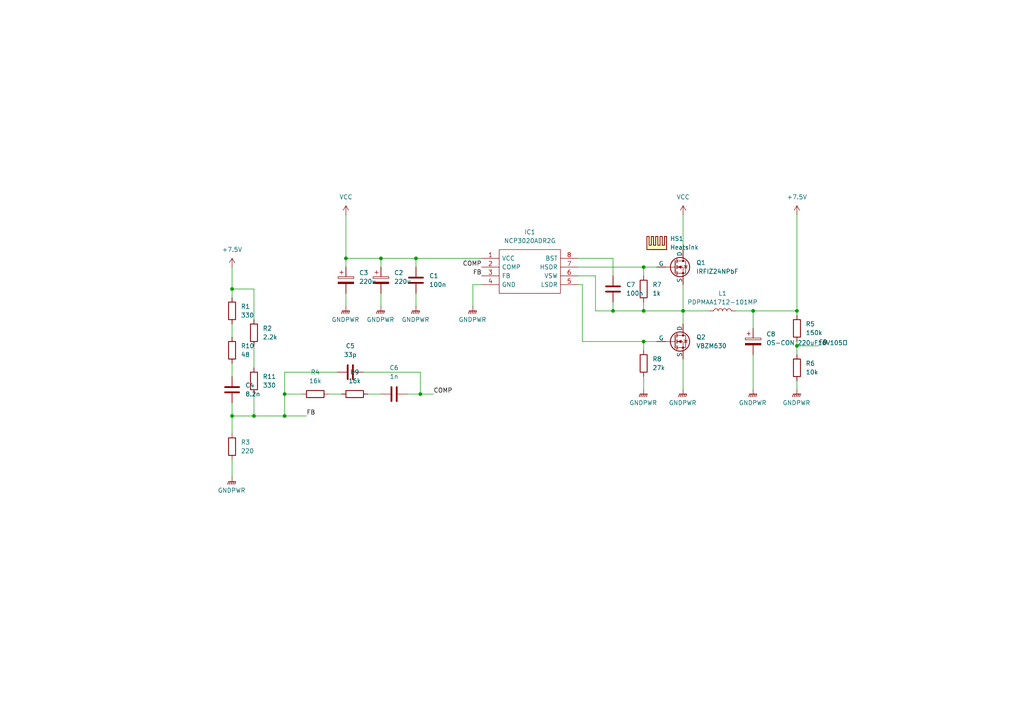
<source format=kicad_sch>
(kicad_sch
	(version 20231120)
	(generator "eeschema")
	(generator_version "8.0")
	(uuid "d7ff1a7a-004e-47b2-b5f8-e2f87401e8d8")
	(paper "A4")
	(lib_symbols
		(symbol "Device:C"
			(pin_numbers hide)
			(pin_names
				(offset 0.254)
			)
			(exclude_from_sim no)
			(in_bom yes)
			(on_board yes)
			(property "Reference" "C"
				(at 0.635 2.54 0)
				(effects
					(font
						(size 1.27 1.27)
					)
					(justify left)
				)
			)
			(property "Value" "C"
				(at 0.635 -2.54 0)
				(effects
					(font
						(size 1.27 1.27)
					)
					(justify left)
				)
			)
			(property "Footprint" ""
				(at 0.9652 -3.81 0)
				(effects
					(font
						(size 1.27 1.27)
					)
					(hide yes)
				)
			)
			(property "Datasheet" "~"
				(at 0 0 0)
				(effects
					(font
						(size 1.27 1.27)
					)
					(hide yes)
				)
			)
			(property "Description" "Unpolarized capacitor"
				(at 0 0 0)
				(effects
					(font
						(size 1.27 1.27)
					)
					(hide yes)
				)
			)
			(property "ki_keywords" "cap capacitor"
				(at 0 0 0)
				(effects
					(font
						(size 1.27 1.27)
					)
					(hide yes)
				)
			)
			(property "ki_fp_filters" "C_*"
				(at 0 0 0)
				(effects
					(font
						(size 1.27 1.27)
					)
					(hide yes)
				)
			)
			(symbol "C_0_1"
				(polyline
					(pts
						(xy -2.032 -0.762) (xy 2.032 -0.762)
					)
					(stroke
						(width 0.508)
						(type default)
					)
					(fill
						(type none)
					)
				)
				(polyline
					(pts
						(xy -2.032 0.762) (xy 2.032 0.762)
					)
					(stroke
						(width 0.508)
						(type default)
					)
					(fill
						(type none)
					)
				)
			)
			(symbol "C_1_1"
				(pin passive line
					(at 0 3.81 270)
					(length 2.794)
					(name "~"
						(effects
							(font
								(size 1.27 1.27)
							)
						)
					)
					(number "1"
						(effects
							(font
								(size 1.27 1.27)
							)
						)
					)
				)
				(pin passive line
					(at 0 -3.81 90)
					(length 2.794)
					(name "~"
						(effects
							(font
								(size 1.27 1.27)
							)
						)
					)
					(number "2"
						(effects
							(font
								(size 1.27 1.27)
							)
						)
					)
				)
			)
		)
		(symbol "Device:C_Polarized"
			(pin_numbers hide)
			(pin_names
				(offset 0.254)
			)
			(exclude_from_sim no)
			(in_bom yes)
			(on_board yes)
			(property "Reference" "C"
				(at 0.635 2.54 0)
				(effects
					(font
						(size 1.27 1.27)
					)
					(justify left)
				)
			)
			(property "Value" "C_Polarized"
				(at 0.635 -2.54 0)
				(effects
					(font
						(size 1.27 1.27)
					)
					(justify left)
				)
			)
			(property "Footprint" ""
				(at 0.9652 -3.81 0)
				(effects
					(font
						(size 1.27 1.27)
					)
					(hide yes)
				)
			)
			(property "Datasheet" "~"
				(at 0 0 0)
				(effects
					(font
						(size 1.27 1.27)
					)
					(hide yes)
				)
			)
			(property "Description" "Polarized capacitor"
				(at 0 0 0)
				(effects
					(font
						(size 1.27 1.27)
					)
					(hide yes)
				)
			)
			(property "ki_keywords" "cap capacitor"
				(at 0 0 0)
				(effects
					(font
						(size 1.27 1.27)
					)
					(hide yes)
				)
			)
			(property "ki_fp_filters" "CP_*"
				(at 0 0 0)
				(effects
					(font
						(size 1.27 1.27)
					)
					(hide yes)
				)
			)
			(symbol "C_Polarized_0_1"
				(rectangle
					(start -2.286 0.508)
					(end 2.286 1.016)
					(stroke
						(width 0)
						(type default)
					)
					(fill
						(type none)
					)
				)
				(polyline
					(pts
						(xy -1.778 2.286) (xy -0.762 2.286)
					)
					(stroke
						(width 0)
						(type default)
					)
					(fill
						(type none)
					)
				)
				(polyline
					(pts
						(xy -1.27 2.794) (xy -1.27 1.778)
					)
					(stroke
						(width 0)
						(type default)
					)
					(fill
						(type none)
					)
				)
				(rectangle
					(start 2.286 -0.508)
					(end -2.286 -1.016)
					(stroke
						(width 0)
						(type default)
					)
					(fill
						(type outline)
					)
				)
			)
			(symbol "C_Polarized_1_1"
				(pin passive line
					(at 0 3.81 270)
					(length 2.794)
					(name "~"
						(effects
							(font
								(size 1.27 1.27)
							)
						)
					)
					(number "1"
						(effects
							(font
								(size 1.27 1.27)
							)
						)
					)
				)
				(pin passive line
					(at 0 -3.81 90)
					(length 2.794)
					(name "~"
						(effects
							(font
								(size 1.27 1.27)
							)
						)
					)
					(number "2"
						(effects
							(font
								(size 1.27 1.27)
							)
						)
					)
				)
			)
		)
		(symbol "Device:L"
			(pin_numbers hide)
			(pin_names
				(offset 1.016) hide)
			(exclude_from_sim no)
			(in_bom yes)
			(on_board yes)
			(property "Reference" "L"
				(at -1.27 0 90)
				(effects
					(font
						(size 1.27 1.27)
					)
				)
			)
			(property "Value" "L"
				(at 1.905 0 90)
				(effects
					(font
						(size 1.27 1.27)
					)
				)
			)
			(property "Footprint" ""
				(at 0 0 0)
				(effects
					(font
						(size 1.27 1.27)
					)
					(hide yes)
				)
			)
			(property "Datasheet" "~"
				(at 0 0 0)
				(effects
					(font
						(size 1.27 1.27)
					)
					(hide yes)
				)
			)
			(property "Description" "Inductor"
				(at 0 0 0)
				(effects
					(font
						(size 1.27 1.27)
					)
					(hide yes)
				)
			)
			(property "ki_keywords" "inductor choke coil reactor magnetic"
				(at 0 0 0)
				(effects
					(font
						(size 1.27 1.27)
					)
					(hide yes)
				)
			)
			(property "ki_fp_filters" "Choke_* *Coil* Inductor_* L_*"
				(at 0 0 0)
				(effects
					(font
						(size 1.27 1.27)
					)
					(hide yes)
				)
			)
			(symbol "L_0_1"
				(arc
					(start 0 -2.54)
					(mid 0.6323 -1.905)
					(end 0 -1.27)
					(stroke
						(width 0)
						(type default)
					)
					(fill
						(type none)
					)
				)
				(arc
					(start 0 -1.27)
					(mid 0.6323 -0.635)
					(end 0 0)
					(stroke
						(width 0)
						(type default)
					)
					(fill
						(type none)
					)
				)
				(arc
					(start 0 0)
					(mid 0.6323 0.635)
					(end 0 1.27)
					(stroke
						(width 0)
						(type default)
					)
					(fill
						(type none)
					)
				)
				(arc
					(start 0 1.27)
					(mid 0.6323 1.905)
					(end 0 2.54)
					(stroke
						(width 0)
						(type default)
					)
					(fill
						(type none)
					)
				)
			)
			(symbol "L_1_1"
				(pin passive line
					(at 0 3.81 270)
					(length 1.27)
					(name "1"
						(effects
							(font
								(size 1.27 1.27)
							)
						)
					)
					(number "1"
						(effects
							(font
								(size 1.27 1.27)
							)
						)
					)
				)
				(pin passive line
					(at 0 -3.81 90)
					(length 1.27)
					(name "2"
						(effects
							(font
								(size 1.27 1.27)
							)
						)
					)
					(number "2"
						(effects
							(font
								(size 1.27 1.27)
							)
						)
					)
				)
			)
		)
		(symbol "Device:R"
			(pin_numbers hide)
			(pin_names
				(offset 0)
			)
			(exclude_from_sim no)
			(in_bom yes)
			(on_board yes)
			(property "Reference" "R"
				(at 2.032 0 90)
				(effects
					(font
						(size 1.27 1.27)
					)
				)
			)
			(property "Value" "R"
				(at 0 0 90)
				(effects
					(font
						(size 1.27 1.27)
					)
				)
			)
			(property "Footprint" ""
				(at -1.778 0 90)
				(effects
					(font
						(size 1.27 1.27)
					)
					(hide yes)
				)
			)
			(property "Datasheet" "~"
				(at 0 0 0)
				(effects
					(font
						(size 1.27 1.27)
					)
					(hide yes)
				)
			)
			(property "Description" "Resistor"
				(at 0 0 0)
				(effects
					(font
						(size 1.27 1.27)
					)
					(hide yes)
				)
			)
			(property "ki_keywords" "R res resistor"
				(at 0 0 0)
				(effects
					(font
						(size 1.27 1.27)
					)
					(hide yes)
				)
			)
			(property "ki_fp_filters" "R_*"
				(at 0 0 0)
				(effects
					(font
						(size 1.27 1.27)
					)
					(hide yes)
				)
			)
			(symbol "R_0_1"
				(rectangle
					(start -1.016 -2.54)
					(end 1.016 2.54)
					(stroke
						(width 0.254)
						(type default)
					)
					(fill
						(type none)
					)
				)
			)
			(symbol "R_1_1"
				(pin passive line
					(at 0 3.81 270)
					(length 1.27)
					(name "~"
						(effects
							(font
								(size 1.27 1.27)
							)
						)
					)
					(number "1"
						(effects
							(font
								(size 1.27 1.27)
							)
						)
					)
				)
				(pin passive line
					(at 0 -3.81 90)
					(length 1.27)
					(name "~"
						(effects
							(font
								(size 1.27 1.27)
							)
						)
					)
					(number "2"
						(effects
							(font
								(size 1.27 1.27)
							)
						)
					)
				)
			)
		)
		(symbol "Mechanical:Heatsink"
			(pin_names
				(offset 1.016)
			)
			(exclude_from_sim yes)
			(in_bom yes)
			(on_board yes)
			(property "Reference" "HS"
				(at 0 5.08 0)
				(effects
					(font
						(size 1.27 1.27)
					)
				)
			)
			(property "Value" "Heatsink"
				(at 0 -1.27 0)
				(effects
					(font
						(size 1.27 1.27)
					)
				)
			)
			(property "Footprint" ""
				(at 0.3048 0 0)
				(effects
					(font
						(size 1.27 1.27)
					)
					(hide yes)
				)
			)
			(property "Datasheet" "~"
				(at 0.3048 0 0)
				(effects
					(font
						(size 1.27 1.27)
					)
					(hide yes)
				)
			)
			(property "Description" "Heatsink"
				(at 0 0 0)
				(effects
					(font
						(size 1.27 1.27)
					)
					(hide yes)
				)
			)
			(property "ki_keywords" "thermal heat temperature"
				(at 0 0 0)
				(effects
					(font
						(size 1.27 1.27)
					)
					(hide yes)
				)
			)
			(property "ki_fp_filters" "Heatsink_*"
				(at 0 0 0)
				(effects
					(font
						(size 1.27 1.27)
					)
					(hide yes)
				)
			)
			(symbol "Heatsink_0_1"
				(polyline
					(pts
						(xy -0.3302 1.27) (xy -0.9652 1.27) (xy -0.9652 3.81) (xy -1.6002 3.81) (xy -1.6002 1.27) (xy -2.2352 1.27)
						(xy -2.2352 3.81) (xy -2.8702 3.81) (xy -2.8702 0) (xy -0.9652 0)
					)
					(stroke
						(width 0.254)
						(type default)
					)
					(fill
						(type background)
					)
				)
				(polyline
					(pts
						(xy -0.3302 1.27) (xy -0.3302 3.81) (xy 0.3048 3.81) (xy 0.3048 1.27) (xy 0.9398 1.27) (xy 0.9398 3.81)
						(xy 1.5748 3.81) (xy 1.5748 1.27) (xy 2.2098 1.27) (xy 2.2098 3.81) (xy 2.8448 3.81) (xy 2.8448 0)
						(xy -0.9652 0)
					)
					(stroke
						(width 0.254)
						(type default)
					)
					(fill
						(type background)
					)
				)
			)
		)
		(symbol "SamacSys_Parts:NCP3020ADR2G"
			(pin_names
				(offset 0.762)
			)
			(exclude_from_sim no)
			(in_bom yes)
			(on_board yes)
			(property "Reference" "IC"
				(at 24.13 7.62 0)
				(effects
					(font
						(size 1.27 1.27)
					)
					(justify left)
				)
			)
			(property "Value" "NCP3020ADR2G"
				(at 24.13 5.08 0)
				(effects
					(font
						(size 1.27 1.27)
					)
					(justify left)
				)
			)
			(property "Footprint" "SOIC127P600X175-8N"
				(at 24.13 2.54 0)
				(effects
					(font
						(size 1.27 1.27)
					)
					(justify left)
					(hide yes)
				)
			)
			(property "Datasheet" "https://www.onsemi.com/pub/Collateral/NCP3020-D.PDF"
				(at 24.13 0 0)
				(effects
					(font
						(size 1.27 1.27)
					)
					(justify left)
					(hide yes)
				)
			)
			(property "Description" "ON Semiconductor NCP3020ADR2G, PWM Controller 350 kHz, 4.7  28 V, 8-Pin SOIC"
				(at 0 0 0)
				(effects
					(font
						(size 1.27 1.27)
					)
					(hide yes)
				)
			)
			(property "Description_1" "ON Semiconductor NCP3020ADR2G, PWM Controller 350 kHz, 4.7  28 V, 8-Pin SOIC"
				(at 24.13 -2.54 0)
				(effects
					(font
						(size 1.27 1.27)
					)
					(justify left)
					(hide yes)
				)
			)
			(property "Height" "1.75"
				(at 24.13 -5.08 0)
				(effects
					(font
						(size 1.27 1.27)
					)
					(justify left)
					(hide yes)
				)
			)
			(property "Manufacturer_Name" "onsemi"
				(at 24.13 -7.62 0)
				(effects
					(font
						(size 1.27 1.27)
					)
					(justify left)
					(hide yes)
				)
			)
			(property "Manufacturer_Part_Number" "NCP3020ADR2G"
				(at 24.13 -10.16 0)
				(effects
					(font
						(size 1.27 1.27)
					)
					(justify left)
					(hide yes)
				)
			)
			(property "Mouser Part Number" "863-NCP3020ADR2G"
				(at 24.13 -12.7 0)
				(effects
					(font
						(size 1.27 1.27)
					)
					(justify left)
					(hide yes)
				)
			)
			(property "Mouser Price/Stock" "https://www.mouser.co.uk/ProductDetail/onsemi/NCP3020ADR2G?qs=lYuAOLy5nvYQC2deHNHaMw%3D%3D"
				(at 24.13 -15.24 0)
				(effects
					(font
						(size 1.27 1.27)
					)
					(justify left)
					(hide yes)
				)
			)
			(property "Arrow Part Number" "NCP3020ADR2G"
				(at 24.13 -17.78 0)
				(effects
					(font
						(size 1.27 1.27)
					)
					(justify left)
					(hide yes)
				)
			)
			(property "Arrow Price/Stock" "https://www.arrow.com/en/products/ncp3020adr2g/on-semiconductor?region=nac"
				(at 24.13 -20.32 0)
				(effects
					(font
						(size 1.27 1.27)
					)
					(justify left)
					(hide yes)
				)
			)
			(symbol "NCP3020ADR2G_0_0"
				(pin passive line
					(at 0 0 0)
					(length 5.08)
					(name "VCC"
						(effects
							(font
								(size 1.27 1.27)
							)
						)
					)
					(number "1"
						(effects
							(font
								(size 1.27 1.27)
							)
						)
					)
				)
				(pin passive line
					(at 0 -2.54 0)
					(length 5.08)
					(name "COMP"
						(effects
							(font
								(size 1.27 1.27)
							)
						)
					)
					(number "2"
						(effects
							(font
								(size 1.27 1.27)
							)
						)
					)
				)
				(pin passive line
					(at 0 -5.08 0)
					(length 5.08)
					(name "FB"
						(effects
							(font
								(size 1.27 1.27)
							)
						)
					)
					(number "3"
						(effects
							(font
								(size 1.27 1.27)
							)
						)
					)
				)
				(pin passive line
					(at 0 -7.62 0)
					(length 5.08)
					(name "GND"
						(effects
							(font
								(size 1.27 1.27)
							)
						)
					)
					(number "4"
						(effects
							(font
								(size 1.27 1.27)
							)
						)
					)
				)
				(pin passive line
					(at 27.94 -7.62 180)
					(length 5.08)
					(name "LSDR"
						(effects
							(font
								(size 1.27 1.27)
							)
						)
					)
					(number "5"
						(effects
							(font
								(size 1.27 1.27)
							)
						)
					)
				)
				(pin passive line
					(at 27.94 -5.08 180)
					(length 5.08)
					(name "VSW"
						(effects
							(font
								(size 1.27 1.27)
							)
						)
					)
					(number "6"
						(effects
							(font
								(size 1.27 1.27)
							)
						)
					)
				)
				(pin passive line
					(at 27.94 -2.54 180)
					(length 5.08)
					(name "HSDR"
						(effects
							(font
								(size 1.27 1.27)
							)
						)
					)
					(number "7"
						(effects
							(font
								(size 1.27 1.27)
							)
						)
					)
				)
				(pin passive line
					(at 27.94 0 180)
					(length 5.08)
					(name "BST"
						(effects
							(font
								(size 1.27 1.27)
							)
						)
					)
					(number "8"
						(effects
							(font
								(size 1.27 1.27)
							)
						)
					)
				)
			)
			(symbol "NCP3020ADR2G_0_1"
				(polyline
					(pts
						(xy 5.08 2.54) (xy 22.86 2.54) (xy 22.86 -10.16) (xy 5.08 -10.16) (xy 5.08 2.54)
					)
					(stroke
						(width 0.1524)
						(type solid)
					)
					(fill
						(type none)
					)
				)
			)
		)
		(symbol "original:IRFIZ24NPbF"
			(pin_numbers hide)
			(pin_names
				(offset 0)
			)
			(exclude_from_sim no)
			(in_bom yes)
			(on_board yes)
			(property "Reference" "Q"
				(at 5.08 1.27 0)
				(effects
					(font
						(size 1.27 1.27)
					)
					(justify left)
				)
			)
			(property "Value" "IRFIZ24NPbF"
				(at 5.08 -1.27 0)
				(effects
					(font
						(size 1.27 1.27)
					)
					(justify left)
				)
			)
			(property "Footprint" "Package_TO_SOT_THT:TO-220-3_Vertical"
				(at 5.08 2.54 0)
				(effects
					(font
						(size 1.27 1.27)
					)
					(hide yes)
				)
			)
			(property "Datasheet" "https://wmsc.lcsc.com/wmsc/upload/file/pdf/v2/lcsc/2404031105_Infineon-Technologies-IRFIZ24NPBF_C3280798.pdf"
				(at 0 -12.7 0)
				(effects
					(font
						(size 1.27 1.27)
					)
					(hide yes)
				)
			)
			(property "Description" ""
				(at 0 0 0)
				(effects
					(font
						(size 1.27 1.27)
					)
					(hide yes)
				)
			)
			(symbol "IRFIZ24NPbF_0_1"
				(polyline
					(pts
						(xy 0.254 0) (xy -2.54 0)
					)
					(stroke
						(width 0)
						(type default)
					)
					(fill
						(type none)
					)
				)
				(polyline
					(pts
						(xy 0.254 1.905) (xy 0.254 -1.905)
					)
					(stroke
						(width 0.254)
						(type default)
					)
					(fill
						(type none)
					)
				)
				(polyline
					(pts
						(xy 0.762 -1.27) (xy 0.762 -2.286)
					)
					(stroke
						(width 0.254)
						(type default)
					)
					(fill
						(type none)
					)
				)
				(polyline
					(pts
						(xy 0.762 0.508) (xy 0.762 -0.508)
					)
					(stroke
						(width 0.254)
						(type default)
					)
					(fill
						(type none)
					)
				)
				(polyline
					(pts
						(xy 0.762 2.286) (xy 0.762 1.27)
					)
					(stroke
						(width 0.254)
						(type default)
					)
					(fill
						(type none)
					)
				)
				(polyline
					(pts
						(xy 2.54 2.54) (xy 2.54 1.778)
					)
					(stroke
						(width 0)
						(type default)
					)
					(fill
						(type none)
					)
				)
				(polyline
					(pts
						(xy 2.54 -2.54) (xy 2.54 0) (xy 0.762 0)
					)
					(stroke
						(width 0)
						(type default)
					)
					(fill
						(type none)
					)
				)
				(polyline
					(pts
						(xy 0.762 -1.778) (xy 3.302 -1.778) (xy 3.302 1.778) (xy 0.762 1.778)
					)
					(stroke
						(width 0)
						(type default)
					)
					(fill
						(type none)
					)
				)
				(polyline
					(pts
						(xy 1.016 0) (xy 2.032 0.381) (xy 2.032 -0.381) (xy 1.016 0)
					)
					(stroke
						(width 0)
						(type default)
					)
					(fill
						(type outline)
					)
				)
				(polyline
					(pts
						(xy 2.794 0.508) (xy 2.921 0.381) (xy 3.683 0.381) (xy 3.81 0.254)
					)
					(stroke
						(width 0)
						(type default)
					)
					(fill
						(type none)
					)
				)
				(polyline
					(pts
						(xy 3.302 0.381) (xy 2.921 -0.254) (xy 3.683 -0.254) (xy 3.302 0.381)
					)
					(stroke
						(width 0)
						(type default)
					)
					(fill
						(type none)
					)
				)
				(circle
					(center 1.651 0)
					(radius 2.794)
					(stroke
						(width 0.254)
						(type default)
					)
					(fill
						(type none)
					)
				)
				(circle
					(center 2.54 -1.778)
					(radius 0.254)
					(stroke
						(width 0)
						(type default)
					)
					(fill
						(type outline)
					)
				)
				(circle
					(center 2.54 1.778)
					(radius 0.254)
					(stroke
						(width 0)
						(type default)
					)
					(fill
						(type outline)
					)
				)
			)
			(symbol "IRFIZ24NPbF_1_1"
				(pin input line
					(at -5.08 0 0)
					(length 2.54)
					(name "G"
						(effects
							(font
								(size 1.27 1.27)
							)
						)
					)
					(number "1"
						(effects
							(font
								(size 1.27 1.27)
							)
						)
					)
				)
				(pin passive line
					(at 2.54 5.08 270)
					(length 2.54)
					(name "D"
						(effects
							(font
								(size 1.27 1.27)
							)
						)
					)
					(number "2"
						(effects
							(font
								(size 1.27 1.27)
							)
						)
					)
				)
				(pin passive line
					(at 2.54 -5.08 90)
					(length 2.54)
					(name "S"
						(effects
							(font
								(size 1.27 1.27)
							)
						)
					)
					(number "3"
						(effects
							(font
								(size 1.27 1.27)
							)
						)
					)
				)
			)
		)
		(symbol "original:VBZM630"
			(pin_numbers hide)
			(pin_names
				(offset 0)
			)
			(exclude_from_sim no)
			(in_bom yes)
			(on_board yes)
			(property "Reference" "Q"
				(at 5.08 1.27 0)
				(effects
					(font
						(size 1.27 1.27)
					)
					(justify left)
				)
			)
			(property "Value" "VBZM630"
				(at 5.08 -1.27 0)
				(effects
					(font
						(size 1.27 1.27)
					)
					(justify left)
				)
			)
			(property "Footprint" "Package_TO_SOT_THT:TO-220-3_Vertical"
				(at 5.08 2.54 0)
				(effects
					(font
						(size 1.27 1.27)
					)
					(hide yes)
				)
			)
			(property "Datasheet" "https://wmsc.lcsc.com/wmsc/upload/file/pdf/v2/lcsc/2307110944_VBsemi-Elec-VBZM630_C700718.pdf"
				(at 0 -12.7 0)
				(effects
					(font
						(size 1.27 1.27)
					)
					(hide yes)
				)
			)
			(property "Description" ""
				(at 0 0 0)
				(effects
					(font
						(size 1.27 1.27)
					)
					(hide yes)
				)
			)
			(symbol "VBZM630_0_1"
				(polyline
					(pts
						(xy 0.254 0) (xy -2.54 0)
					)
					(stroke
						(width 0)
						(type default)
					)
					(fill
						(type none)
					)
				)
				(polyline
					(pts
						(xy 0.254 1.905) (xy 0.254 -1.905)
					)
					(stroke
						(width 0.254)
						(type default)
					)
					(fill
						(type none)
					)
				)
				(polyline
					(pts
						(xy 0.762 -1.27) (xy 0.762 -2.286)
					)
					(stroke
						(width 0.254)
						(type default)
					)
					(fill
						(type none)
					)
				)
				(polyline
					(pts
						(xy 0.762 0.508) (xy 0.762 -0.508)
					)
					(stroke
						(width 0.254)
						(type default)
					)
					(fill
						(type none)
					)
				)
				(polyline
					(pts
						(xy 0.762 2.286) (xy 0.762 1.27)
					)
					(stroke
						(width 0.254)
						(type default)
					)
					(fill
						(type none)
					)
				)
				(polyline
					(pts
						(xy 2.54 2.54) (xy 2.54 1.778)
					)
					(stroke
						(width 0)
						(type default)
					)
					(fill
						(type none)
					)
				)
				(polyline
					(pts
						(xy 2.54 -2.54) (xy 2.54 0) (xy 0.762 0)
					)
					(stroke
						(width 0)
						(type default)
					)
					(fill
						(type none)
					)
				)
				(polyline
					(pts
						(xy 0.762 -1.778) (xy 3.302 -1.778) (xy 3.302 1.778) (xy 0.762 1.778)
					)
					(stroke
						(width 0)
						(type default)
					)
					(fill
						(type none)
					)
				)
				(polyline
					(pts
						(xy 1.016 0) (xy 2.032 0.381) (xy 2.032 -0.381) (xy 1.016 0)
					)
					(stroke
						(width 0)
						(type default)
					)
					(fill
						(type outline)
					)
				)
				(polyline
					(pts
						(xy 2.794 0.508) (xy 2.921 0.381) (xy 3.683 0.381) (xy 3.81 0.254)
					)
					(stroke
						(width 0)
						(type default)
					)
					(fill
						(type none)
					)
				)
				(polyline
					(pts
						(xy 3.302 0.381) (xy 2.921 -0.254) (xy 3.683 -0.254) (xy 3.302 0.381)
					)
					(stroke
						(width 0)
						(type default)
					)
					(fill
						(type none)
					)
				)
				(circle
					(center 1.651 0)
					(radius 2.794)
					(stroke
						(width 0.254)
						(type default)
					)
					(fill
						(type none)
					)
				)
				(circle
					(center 2.54 -1.778)
					(radius 0.254)
					(stroke
						(width 0)
						(type default)
					)
					(fill
						(type outline)
					)
				)
				(circle
					(center 2.54 1.778)
					(radius 0.254)
					(stroke
						(width 0)
						(type default)
					)
					(fill
						(type outline)
					)
				)
			)
			(symbol "VBZM630_1_1"
				(pin input line
					(at -5.08 0 0)
					(length 2.54)
					(name "G"
						(effects
							(font
								(size 1.27 1.27)
							)
						)
					)
					(number "1"
						(effects
							(font
								(size 1.27 1.27)
							)
						)
					)
				)
				(pin passive line
					(at 2.54 5.08 270)
					(length 2.54)
					(name "D"
						(effects
							(font
								(size 1.27 1.27)
							)
						)
					)
					(number "2"
						(effects
							(font
								(size 1.27 1.27)
							)
						)
					)
				)
				(pin passive line
					(at 2.54 -5.08 90)
					(length 2.54)
					(name "S"
						(effects
							(font
								(size 1.27 1.27)
							)
						)
					)
					(number "3"
						(effects
							(font
								(size 1.27 1.27)
							)
						)
					)
				)
			)
		)
		(symbol "power:+7.5V"
			(power)
			(pin_numbers hide)
			(pin_names
				(offset 0) hide)
			(exclude_from_sim no)
			(in_bom yes)
			(on_board yes)
			(property "Reference" "#PWR"
				(at 0 -3.81 0)
				(effects
					(font
						(size 1.27 1.27)
					)
					(hide yes)
				)
			)
			(property "Value" "+7.5V"
				(at 0 3.556 0)
				(effects
					(font
						(size 1.27 1.27)
					)
				)
			)
			(property "Footprint" ""
				(at 0 0 0)
				(effects
					(font
						(size 1.27 1.27)
					)
					(hide yes)
				)
			)
			(property "Datasheet" ""
				(at 0 0 0)
				(effects
					(font
						(size 1.27 1.27)
					)
					(hide yes)
				)
			)
			(property "Description" "Power symbol creates a global label with name \"+7.5V\""
				(at 0 0 0)
				(effects
					(font
						(size 1.27 1.27)
					)
					(hide yes)
				)
			)
			(property "ki_keywords" "global power"
				(at 0 0 0)
				(effects
					(font
						(size 1.27 1.27)
					)
					(hide yes)
				)
			)
			(symbol "+7.5V_0_1"
				(polyline
					(pts
						(xy -0.762 1.27) (xy 0 2.54)
					)
					(stroke
						(width 0)
						(type default)
					)
					(fill
						(type none)
					)
				)
				(polyline
					(pts
						(xy 0 0) (xy 0 2.54)
					)
					(stroke
						(width 0)
						(type default)
					)
					(fill
						(type none)
					)
				)
				(polyline
					(pts
						(xy 0 2.54) (xy 0.762 1.27)
					)
					(stroke
						(width 0)
						(type default)
					)
					(fill
						(type none)
					)
				)
			)
			(symbol "+7.5V_1_1"
				(pin power_in line
					(at 0 0 90)
					(length 0)
					(name "~"
						(effects
							(font
								(size 1.27 1.27)
							)
						)
					)
					(number "1"
						(effects
							(font
								(size 1.27 1.27)
							)
						)
					)
				)
			)
		)
		(symbol "power:GNDPWR"
			(power)
			(pin_numbers hide)
			(pin_names
				(offset 0) hide)
			(exclude_from_sim no)
			(in_bom yes)
			(on_board yes)
			(property "Reference" "#PWR"
				(at 0 -5.08 0)
				(effects
					(font
						(size 1.27 1.27)
					)
					(hide yes)
				)
			)
			(property "Value" "GNDPWR"
				(at 0 -3.302 0)
				(effects
					(font
						(size 1.27 1.27)
					)
				)
			)
			(property "Footprint" ""
				(at 0 -1.27 0)
				(effects
					(font
						(size 1.27 1.27)
					)
					(hide yes)
				)
			)
			(property "Datasheet" ""
				(at 0 -1.27 0)
				(effects
					(font
						(size 1.27 1.27)
					)
					(hide yes)
				)
			)
			(property "Description" "Power symbol creates a global label with name \"GNDPWR\" , global ground"
				(at 0 0 0)
				(effects
					(font
						(size 1.27 1.27)
					)
					(hide yes)
				)
			)
			(property "ki_keywords" "global ground"
				(at 0 0 0)
				(effects
					(font
						(size 1.27 1.27)
					)
					(hide yes)
				)
			)
			(symbol "GNDPWR_0_1"
				(polyline
					(pts
						(xy 0 -1.27) (xy 0 0)
					)
					(stroke
						(width 0)
						(type default)
					)
					(fill
						(type none)
					)
				)
				(polyline
					(pts
						(xy -1.016 -1.27) (xy -1.27 -2.032) (xy -1.27 -2.032)
					)
					(stroke
						(width 0.2032)
						(type default)
					)
					(fill
						(type none)
					)
				)
				(polyline
					(pts
						(xy -0.508 -1.27) (xy -0.762 -2.032) (xy -0.762 -2.032)
					)
					(stroke
						(width 0.2032)
						(type default)
					)
					(fill
						(type none)
					)
				)
				(polyline
					(pts
						(xy 0 -1.27) (xy -0.254 -2.032) (xy -0.254 -2.032)
					)
					(stroke
						(width 0.2032)
						(type default)
					)
					(fill
						(type none)
					)
				)
				(polyline
					(pts
						(xy 0.508 -1.27) (xy 0.254 -2.032) (xy 0.254 -2.032)
					)
					(stroke
						(width 0.2032)
						(type default)
					)
					(fill
						(type none)
					)
				)
				(polyline
					(pts
						(xy 1.016 -1.27) (xy -1.016 -1.27) (xy -1.016 -1.27)
					)
					(stroke
						(width 0.2032)
						(type default)
					)
					(fill
						(type none)
					)
				)
				(polyline
					(pts
						(xy 1.016 -1.27) (xy 0.762 -2.032) (xy 0.762 -2.032) (xy 0.762 -2.032)
					)
					(stroke
						(width 0.2032)
						(type default)
					)
					(fill
						(type none)
					)
				)
			)
			(symbol "GNDPWR_1_1"
				(pin power_in line
					(at 0 0 270)
					(length 0)
					(name "~"
						(effects
							(font
								(size 1.27 1.27)
							)
						)
					)
					(number "1"
						(effects
							(font
								(size 1.27 1.27)
							)
						)
					)
				)
			)
		)
		(symbol "power:VCC"
			(power)
			(pin_numbers hide)
			(pin_names
				(offset 0) hide)
			(exclude_from_sim no)
			(in_bom yes)
			(on_board yes)
			(property "Reference" "#PWR"
				(at 0 -3.81 0)
				(effects
					(font
						(size 1.27 1.27)
					)
					(hide yes)
				)
			)
			(property "Value" "VCC"
				(at 0 3.556 0)
				(effects
					(font
						(size 1.27 1.27)
					)
				)
			)
			(property "Footprint" ""
				(at 0 0 0)
				(effects
					(font
						(size 1.27 1.27)
					)
					(hide yes)
				)
			)
			(property "Datasheet" ""
				(at 0 0 0)
				(effects
					(font
						(size 1.27 1.27)
					)
					(hide yes)
				)
			)
			(property "Description" "Power symbol creates a global label with name \"VCC\""
				(at 0 0 0)
				(effects
					(font
						(size 1.27 1.27)
					)
					(hide yes)
				)
			)
			(property "ki_keywords" "global power"
				(at 0 0 0)
				(effects
					(font
						(size 1.27 1.27)
					)
					(hide yes)
				)
			)
			(symbol "VCC_0_1"
				(polyline
					(pts
						(xy -0.762 1.27) (xy 0 2.54)
					)
					(stroke
						(width 0)
						(type default)
					)
					(fill
						(type none)
					)
				)
				(polyline
					(pts
						(xy 0 0) (xy 0 2.54)
					)
					(stroke
						(width 0)
						(type default)
					)
					(fill
						(type none)
					)
				)
				(polyline
					(pts
						(xy 0 2.54) (xy 0.762 1.27)
					)
					(stroke
						(width 0)
						(type default)
					)
					(fill
						(type none)
					)
				)
			)
			(symbol "VCC_1_1"
				(pin power_in line
					(at 0 0 90)
					(length 0)
					(name "~"
						(effects
							(font
								(size 1.27 1.27)
							)
						)
					)
					(number "1"
						(effects
							(font
								(size 1.27 1.27)
							)
						)
					)
				)
			)
		)
	)
	(junction
		(at 198.12 90.17)
		(diameter 0)
		(color 0 0 0 0)
		(uuid "026dee0c-5db4-4585-bd46-f9c538c4d29e")
	)
	(junction
		(at 186.69 90.17)
		(diameter 0)
		(color 0 0 0 0)
		(uuid "02b6e8a7-9b67-43b9-9ef4-1358dc4d2ce6")
	)
	(junction
		(at 120.65 74.93)
		(diameter 0)
		(color 0 0 0 0)
		(uuid "0d616cdc-9852-412c-bed9-ba313c419e73")
	)
	(junction
		(at 73.66 120.65)
		(diameter 0)
		(color 0 0 0 0)
		(uuid "1ba13dcc-795a-455a-9266-5cf64bfbf6f3")
	)
	(junction
		(at 186.69 77.47)
		(diameter 0)
		(color 0 0 0 0)
		(uuid "24897f49-9610-400a-b752-5f5de359355f")
	)
	(junction
		(at 110.49 74.93)
		(diameter 0)
		(color 0 0 0 0)
		(uuid "3e9cccca-0631-428c-9e0f-23b7a60e3e20")
	)
	(junction
		(at 231.14 100.33)
		(diameter 0)
		(color 0 0 0 0)
		(uuid "46c072ae-8e60-4397-8b33-7efd960164b0")
	)
	(junction
		(at 100.33 74.93)
		(diameter 0)
		(color 0 0 0 0)
		(uuid "66772503-32ad-4341-b09d-020511c44500")
	)
	(junction
		(at 67.31 83.82)
		(diameter 0)
		(color 0 0 0 0)
		(uuid "6bccdd4f-a78f-4527-9d53-a8907819820e")
	)
	(junction
		(at 121.92 114.3)
		(diameter 0)
		(color 0 0 0 0)
		(uuid "88019a9f-6ef0-46fc-9c6a-9d5523a0308a")
	)
	(junction
		(at 82.55 120.65)
		(diameter 0)
		(color 0 0 0 0)
		(uuid "a0a20024-108c-41e7-892a-a4f7e06c8f2f")
	)
	(junction
		(at 218.44 90.17)
		(diameter 0)
		(color 0 0 0 0)
		(uuid "a8ad68c2-d81e-4724-baf7-1cbc32bd320b")
	)
	(junction
		(at 67.31 120.65)
		(diameter 0)
		(color 0 0 0 0)
		(uuid "a8fa85d3-1e4a-4a78-a317-0d4ddce98603")
	)
	(junction
		(at 82.55 114.3)
		(diameter 0)
		(color 0 0 0 0)
		(uuid "b09198ec-1db9-440a-beaa-7f60ad74ba0e")
	)
	(junction
		(at 177.8 90.17)
		(diameter 0)
		(color 0 0 0 0)
		(uuid "ca91e34c-fa38-4db7-b34e-3dab30e17f16")
	)
	(junction
		(at 231.14 90.17)
		(diameter 0)
		(color 0 0 0 0)
		(uuid "cc782616-b73d-4a3c-9a6a-19c7faa3a6be")
	)
	(junction
		(at 186.69 99.06)
		(diameter 0)
		(color 0 0 0 0)
		(uuid "d5f9dd2a-e711-434b-b8b4-16f57857ccf7")
	)
	(wire
		(pts
			(xy 231.14 100.33) (xy 231.14 102.87)
		)
		(stroke
			(width 0)
			(type default)
		)
		(uuid "00b80625-1739-4521-9b74-245615664161")
	)
	(wire
		(pts
			(xy 82.55 120.65) (xy 88.9 120.65)
		)
		(stroke
			(width 0)
			(type default)
		)
		(uuid "0b6f512d-757b-4122-8832-4ced31958fda")
	)
	(wire
		(pts
			(xy 82.55 107.95) (xy 82.55 114.3)
		)
		(stroke
			(width 0)
			(type default)
		)
		(uuid "186c5c3f-cb02-4f08-ac68-d00088931fef")
	)
	(wire
		(pts
			(xy 67.31 83.82) (xy 67.31 86.36)
		)
		(stroke
			(width 0)
			(type default)
		)
		(uuid "20ff2219-6b5a-41a8-b564-5cdf8e1bf255")
	)
	(wire
		(pts
			(xy 121.92 107.95) (xy 121.92 114.3)
		)
		(stroke
			(width 0)
			(type default)
		)
		(uuid "2392694f-9d51-48ba-921e-78afedb9de59")
	)
	(wire
		(pts
			(xy 67.31 93.98) (xy 67.31 97.79)
		)
		(stroke
			(width 0)
			(type default)
		)
		(uuid "241a3b3f-78fd-4c40-b1c6-a90a5f7a5c34")
	)
	(wire
		(pts
			(xy 167.64 77.47) (xy 186.69 77.47)
		)
		(stroke
			(width 0)
			(type default)
		)
		(uuid "2734fb74-cabb-4e51-96a3-dc4b4e7dc4fe")
	)
	(wire
		(pts
			(xy 100.33 62.23) (xy 100.33 74.93)
		)
		(stroke
			(width 0)
			(type default)
		)
		(uuid "3121c2d0-f1ff-499c-9ee8-6f4678a3b647")
	)
	(wire
		(pts
			(xy 177.8 90.17) (xy 177.8 87.63)
		)
		(stroke
			(width 0)
			(type default)
		)
		(uuid "38fd841b-c8e4-46a7-a7a7-491699f56aa6")
	)
	(wire
		(pts
			(xy 100.33 77.47) (xy 100.33 74.93)
		)
		(stroke
			(width 0)
			(type default)
		)
		(uuid "3a3b1faf-ff44-4a9f-bc68-46c46dff2d46")
	)
	(wire
		(pts
			(xy 168.91 82.55) (xy 168.91 99.06)
		)
		(stroke
			(width 0)
			(type default)
		)
		(uuid "3b97a861-9620-4d87-bba1-7b9667195fbc")
	)
	(wire
		(pts
			(xy 120.65 74.93) (xy 139.7 74.93)
		)
		(stroke
			(width 0)
			(type default)
		)
		(uuid "40f99eca-bcc0-4240-9a89-a7763ad1b466")
	)
	(wire
		(pts
			(xy 100.33 85.09) (xy 100.33 88.9)
		)
		(stroke
			(width 0)
			(type default)
		)
		(uuid "48468c5c-50b7-4cfd-b059-c99372fd7e24")
	)
	(wire
		(pts
			(xy 120.65 85.09) (xy 120.65 88.9)
		)
		(stroke
			(width 0)
			(type default)
		)
		(uuid "4d8b30c2-f2ad-4714-b5f9-ba898c3ab1eb")
	)
	(wire
		(pts
			(xy 73.66 83.82) (xy 73.66 92.71)
		)
		(stroke
			(width 0)
			(type default)
		)
		(uuid "4ed69ddc-2221-475a-88f9-847ffde35165")
	)
	(wire
		(pts
			(xy 186.69 90.17) (xy 177.8 90.17)
		)
		(stroke
			(width 0)
			(type default)
		)
		(uuid "519d204b-3804-4f1f-9f1e-8dc927adfe0f")
	)
	(wire
		(pts
			(xy 167.64 80.01) (xy 172.72 80.01)
		)
		(stroke
			(width 0)
			(type default)
		)
		(uuid "5b3acefa-3f19-4bac-960c-343f581048ab")
	)
	(wire
		(pts
			(xy 110.49 74.93) (xy 110.49 77.47)
		)
		(stroke
			(width 0)
			(type default)
		)
		(uuid "5b9f7fa1-cddf-40de-97cb-457b0cbbb762")
	)
	(wire
		(pts
			(xy 120.65 74.93) (xy 120.65 77.47)
		)
		(stroke
			(width 0)
			(type default)
		)
		(uuid "631a08c0-7cd7-4a05-b2c7-aa849aecd9d0")
	)
	(wire
		(pts
			(xy 82.55 114.3) (xy 87.63 114.3)
		)
		(stroke
			(width 0)
			(type default)
		)
		(uuid "67351e43-3fe4-4503-9c29-1396ead3154f")
	)
	(wire
		(pts
			(xy 186.69 77.47) (xy 186.69 80.01)
		)
		(stroke
			(width 0)
			(type default)
		)
		(uuid "69505154-0336-4189-9500-550d8c257677")
	)
	(wire
		(pts
			(xy 97.79 107.95) (xy 82.55 107.95)
		)
		(stroke
			(width 0)
			(type default)
		)
		(uuid "7198aeb6-540c-4d3f-ab10-fc976ad0621d")
	)
	(wire
		(pts
			(xy 198.12 90.17) (xy 198.12 93.98)
		)
		(stroke
			(width 0)
			(type default)
		)
		(uuid "780072f8-c014-42de-9138-bb6c2b800159")
	)
	(wire
		(pts
			(xy 67.31 133.35) (xy 67.31 138.43)
		)
		(stroke
			(width 0)
			(type default)
		)
		(uuid "7c40ee27-50a3-44af-b471-e5326acd1b7c")
	)
	(wire
		(pts
			(xy 73.66 114.3) (xy 73.66 120.65)
		)
		(stroke
			(width 0)
			(type default)
		)
		(uuid "7db6c01f-17d3-4604-bfb9-098a0f4b8dd2")
	)
	(wire
		(pts
			(xy 106.68 114.3) (xy 110.49 114.3)
		)
		(stroke
			(width 0)
			(type default)
		)
		(uuid "806221e7-a721-49f1-ad46-1f3110c567e6")
	)
	(wire
		(pts
			(xy 95.25 114.3) (xy 99.06 114.3)
		)
		(stroke
			(width 0)
			(type default)
		)
		(uuid "8342366d-c62a-4c37-80e5-d8db40916d56")
	)
	(wire
		(pts
			(xy 67.31 120.65) (xy 73.66 120.65)
		)
		(stroke
			(width 0)
			(type default)
		)
		(uuid "8648d531-f1d8-482f-aa45-32144d84e416")
	)
	(wire
		(pts
			(xy 139.7 82.55) (xy 137.16 82.55)
		)
		(stroke
			(width 0)
			(type default)
		)
		(uuid "8661ea7f-ebb6-470f-9d07-fcd7c5a54b54")
	)
	(wire
		(pts
			(xy 73.66 100.33) (xy 73.66 106.68)
		)
		(stroke
			(width 0)
			(type default)
		)
		(uuid "87c994a2-b667-4afd-9fe2-002907de9e7d")
	)
	(wire
		(pts
			(xy 231.14 110.49) (xy 231.14 113.03)
		)
		(stroke
			(width 0)
			(type default)
		)
		(uuid "91af1ef4-19d6-4003-888e-fffb1e2f9264")
	)
	(wire
		(pts
			(xy 198.12 90.17) (xy 205.74 90.17)
		)
		(stroke
			(width 0)
			(type default)
		)
		(uuid "a21b15bb-5710-460e-a015-36edc23eb606")
	)
	(wire
		(pts
			(xy 218.44 90.17) (xy 231.14 90.17)
		)
		(stroke
			(width 0)
			(type default)
		)
		(uuid "a3f345ff-7740-4df0-9459-297eeb857ab0")
	)
	(wire
		(pts
			(xy 186.69 99.06) (xy 190.5 99.06)
		)
		(stroke
			(width 0)
			(type default)
		)
		(uuid "a617173f-2afb-4c29-a01b-55069bf76b5d")
	)
	(wire
		(pts
			(xy 231.14 100.33) (xy 237.49 100.33)
		)
		(stroke
			(width 0)
			(type default)
		)
		(uuid "a637dbd9-eecd-4c7c-9b86-c47b6ba0a608")
	)
	(wire
		(pts
			(xy 218.44 102.87) (xy 218.44 113.03)
		)
		(stroke
			(width 0)
			(type default)
		)
		(uuid "a8f478ba-3f29-4466-80e4-5b7a91d85551")
	)
	(wire
		(pts
			(xy 198.12 82.55) (xy 198.12 90.17)
		)
		(stroke
			(width 0)
			(type default)
		)
		(uuid "add6aa91-d647-4e0c-a320-2a143e9a6d12")
	)
	(wire
		(pts
			(xy 105.41 107.95) (xy 121.92 107.95)
		)
		(stroke
			(width 0)
			(type default)
		)
		(uuid "b45096f5-2acf-4eae-8ff4-12e2ae6ecd22")
	)
	(wire
		(pts
			(xy 121.92 114.3) (xy 118.11 114.3)
		)
		(stroke
			(width 0)
			(type default)
		)
		(uuid "b7e24e64-c1f8-4974-b846-f6491b8ec296")
	)
	(wire
		(pts
			(xy 67.31 116.84) (xy 67.31 120.65)
		)
		(stroke
			(width 0)
			(type default)
		)
		(uuid "bc12ea05-f8ed-470c-9b98-8f3b3b62c76e")
	)
	(wire
		(pts
			(xy 213.36 90.17) (xy 218.44 90.17)
		)
		(stroke
			(width 0)
			(type default)
		)
		(uuid "bd64c92c-0c1b-4c1c-9921-46630ac1e044")
	)
	(wire
		(pts
			(xy 218.44 90.17) (xy 218.44 95.25)
		)
		(stroke
			(width 0)
			(type default)
		)
		(uuid "bf034fd9-ea66-4ee7-b1b6-03a849571165")
	)
	(wire
		(pts
			(xy 172.72 90.17) (xy 177.8 90.17)
		)
		(stroke
			(width 0)
			(type default)
		)
		(uuid "c0366e55-3fd6-4e72-ba95-2eb31f350e8b")
	)
	(wire
		(pts
			(xy 167.64 74.93) (xy 177.8 74.93)
		)
		(stroke
			(width 0)
			(type default)
		)
		(uuid "c3dee13f-c740-498c-b9b4-e6891c23bb8b")
	)
	(wire
		(pts
			(xy 231.14 62.23) (xy 231.14 90.17)
		)
		(stroke
			(width 0)
			(type default)
		)
		(uuid "c7c4a713-2054-43cc-a7e5-50ad1cadf6b2")
	)
	(wire
		(pts
			(xy 82.55 120.65) (xy 82.55 114.3)
		)
		(stroke
			(width 0)
			(type default)
		)
		(uuid "c94ec7bb-a9cf-4eaa-b3b6-8503bc490ae8")
	)
	(wire
		(pts
			(xy 186.69 87.63) (xy 186.69 90.17)
		)
		(stroke
			(width 0)
			(type default)
		)
		(uuid "cbb9ea18-8abb-47d5-940c-d687decd757f")
	)
	(wire
		(pts
			(xy 198.12 90.17) (xy 186.69 90.17)
		)
		(stroke
			(width 0)
			(type default)
		)
		(uuid "cf8b759c-104a-4d9f-8737-6236c2df1fa3")
	)
	(wire
		(pts
			(xy 177.8 74.93) (xy 177.8 80.01)
		)
		(stroke
			(width 0)
			(type default)
		)
		(uuid "d23af7ac-e091-4613-9385-62c2a352bc57")
	)
	(wire
		(pts
			(xy 186.69 109.22) (xy 186.69 113.03)
		)
		(stroke
			(width 0)
			(type default)
		)
		(uuid "d29c3bf5-87fc-433d-bf5e-b6d5b383d5bb")
	)
	(wire
		(pts
			(xy 198.12 104.14) (xy 198.12 113.03)
		)
		(stroke
			(width 0)
			(type default)
		)
		(uuid "d4f5d52a-18ad-40db-9e35-c29ef0296942")
	)
	(wire
		(pts
			(xy 231.14 90.17) (xy 231.14 91.44)
		)
		(stroke
			(width 0)
			(type default)
		)
		(uuid "d59f1b43-ef59-456b-8300-9e46e74f07ea")
	)
	(wire
		(pts
			(xy 172.72 80.01) (xy 172.72 90.17)
		)
		(stroke
			(width 0)
			(type default)
		)
		(uuid "da5f2a6c-bfe4-4cb3-959d-0cd7761ad43a")
	)
	(wire
		(pts
			(xy 67.31 83.82) (xy 73.66 83.82)
		)
		(stroke
			(width 0)
			(type default)
		)
		(uuid "ddbd555e-8838-4789-acfb-125a51a0f0d6")
	)
	(wire
		(pts
			(xy 231.14 99.06) (xy 231.14 100.33)
		)
		(stroke
			(width 0)
			(type default)
		)
		(uuid "e025e1c3-7fbf-4355-8964-8999ecf9b671")
	)
	(wire
		(pts
			(xy 110.49 74.93) (xy 120.65 74.93)
		)
		(stroke
			(width 0)
			(type default)
		)
		(uuid "e0a2816c-e696-484f-a15e-09eee89c371e")
	)
	(wire
		(pts
			(xy 168.91 99.06) (xy 186.69 99.06)
		)
		(stroke
			(width 0)
			(type default)
		)
		(uuid "e40f0f98-bde7-4255-934b-f45449f419ac")
	)
	(wire
		(pts
			(xy 73.66 120.65) (xy 82.55 120.65)
		)
		(stroke
			(width 0)
			(type default)
		)
		(uuid "e93cf1a8-e279-44e8-8c6d-47b6c3f301e5")
	)
	(wire
		(pts
			(xy 67.31 77.47) (xy 67.31 83.82)
		)
		(stroke
			(width 0)
			(type default)
		)
		(uuid "ebf8d234-4edd-433d-9f56-8cb4653063fc")
	)
	(wire
		(pts
			(xy 110.49 85.09) (xy 110.49 88.9)
		)
		(stroke
			(width 0)
			(type default)
		)
		(uuid "ef427c73-76e2-4c9d-9195-c1535bb18a74")
	)
	(wire
		(pts
			(xy 137.16 82.55) (xy 137.16 88.9)
		)
		(stroke
			(width 0)
			(type default)
		)
		(uuid "ef6567e5-5a16-446a-83c0-cec00f6d5bdd")
	)
	(wire
		(pts
			(xy 168.91 82.55) (xy 167.64 82.55)
		)
		(stroke
			(width 0)
			(type default)
		)
		(uuid "f06663c2-398c-48f9-9f12-a901acddd7af")
	)
	(wire
		(pts
			(xy 121.92 114.3) (xy 125.73 114.3)
		)
		(stroke
			(width 0)
			(type default)
		)
		(uuid "f0c11388-ec01-44eb-9145-13b9e4ea877b")
	)
	(wire
		(pts
			(xy 67.31 105.41) (xy 67.31 109.22)
		)
		(stroke
			(width 0)
			(type default)
		)
		(uuid "f22328d3-5cb5-4ce5-83fc-0bf78e4ff32c")
	)
	(wire
		(pts
			(xy 186.69 99.06) (xy 186.69 101.6)
		)
		(stroke
			(width 0)
			(type default)
		)
		(uuid "f7cbacf8-c6a3-4c14-a3a1-0fe6d6f1172e")
	)
	(wire
		(pts
			(xy 67.31 120.65) (xy 67.31 125.73)
		)
		(stroke
			(width 0)
			(type default)
		)
		(uuid "fb08488e-bce1-46f4-b8cf-f733aeb2f945")
	)
	(wire
		(pts
			(xy 186.69 77.47) (xy 190.5 77.47)
		)
		(stroke
			(width 0)
			(type default)
		)
		(uuid "fbd66d5d-37d5-4c2c-8344-66ab6b400920")
	)
	(wire
		(pts
			(xy 100.33 74.93) (xy 110.49 74.93)
		)
		(stroke
			(width 0)
			(type default)
		)
		(uuid "fcc95fac-605f-4e02-82f0-351b0f0a5376")
	)
	(wire
		(pts
			(xy 198.12 62.23) (xy 198.12 72.39)
		)
		(stroke
			(width 0)
			(type default)
		)
		(uuid "ff68dfa1-df37-4355-8f86-c650b73fc1be")
	)
	(label "COMP"
		(at 125.73 114.3 0)
		(fields_autoplaced yes)
		(effects
			(font
				(size 1.27 1.27)
			)
			(justify left bottom)
		)
		(uuid "5fc13f30-e78f-4f12-9d7e-18b9a8bf00f5")
	)
	(label "FB"
		(at 139.7 80.01 180)
		(fields_autoplaced yes)
		(effects
			(font
				(size 1.27 1.27)
			)
			(justify right bottom)
		)
		(uuid "6e754edb-d20f-467d-8f4e-c5db2f02311c")
	)
	(label "COMP"
		(at 139.7 77.47 180)
		(fields_autoplaced yes)
		(effects
			(font
				(size 1.27 1.27)
			)
			(justify right bottom)
		)
		(uuid "aa410269-c941-4a6a-b5b5-48181fbb4a33")
	)
	(label "FB"
		(at 88.9 120.65 0)
		(fields_autoplaced yes)
		(effects
			(font
				(size 1.27 1.27)
			)
			(justify left bottom)
		)
		(uuid "daebeda0-d46b-4852-b170-bc3755f84f2b")
	)
	(label "FB"
		(at 237.49 100.33 0)
		(fields_autoplaced yes)
		(effects
			(font
				(size 1.27 1.27)
			)
			(justify left bottom)
		)
		(uuid "e35c0524-01ad-4afe-9f5e-a0e297552713")
	)
	(symbol
		(lib_id "Device:C")
		(at 114.3 114.3 90)
		(unit 1)
		(exclude_from_sim no)
		(in_bom yes)
		(on_board yes)
		(dnp no)
		(fields_autoplaced yes)
		(uuid "16270e4d-c5cf-4402-a033-db9262a71148")
		(property "Reference" "C6"
			(at 114.3 106.68 90)
			(effects
				(font
					(size 1.27 1.27)
				)
			)
		)
		(property "Value" "1n"
			(at 114.3 109.22 90)
			(effects
				(font
					(size 1.27 1.27)
				)
			)
		)
		(property "Footprint" "Capacitor_SMD:C_0603_1608Metric"
			(at 118.11 113.3348 0)
			(effects
				(font
					(size 1.27 1.27)
				)
				(hide yes)
			)
		)
		(property "Datasheet" "~"
			(at 114.3 114.3 0)
			(effects
				(font
					(size 1.27 1.27)
				)
				(hide yes)
			)
		)
		(property "Description" "Unpolarized capacitor"
			(at 114.3 114.3 0)
			(effects
				(font
					(size 1.27 1.27)
				)
				(hide yes)
			)
		)
		(pin "2"
			(uuid "91e08f23-8489-4e74-afd6-57987b39c7f3")
		)
		(pin "1"
			(uuid "f399a7dc-6938-4363-880c-b4c74f39b204")
		)
		(instances
			(project "chibarobo_board_2024"
				(path "/7933aef9-9608-4ce1-b0d8-a4ffd3b998e4/1aefbd96-f54d-40bc-a071-60ef9e91d979"
					(reference "C6")
					(unit 1)
				)
			)
		)
	)
	(symbol
		(lib_id "Device:C")
		(at 101.6 107.95 90)
		(unit 1)
		(exclude_from_sim no)
		(in_bom yes)
		(on_board yes)
		(dnp no)
		(fields_autoplaced yes)
		(uuid "1e472b57-2b17-43d8-aadb-2124108339e4")
		(property "Reference" "C5"
			(at 101.6 100.33 90)
			(effects
				(font
					(size 1.27 1.27)
				)
			)
		)
		(property "Value" "33p"
			(at 101.6 102.87 90)
			(effects
				(font
					(size 1.27 1.27)
				)
			)
		)
		(property "Footprint" "Capacitor_SMD:C_0603_1608Metric"
			(at 105.41 106.9848 0)
			(effects
				(font
					(size 1.27 1.27)
				)
				(hide yes)
			)
		)
		(property "Datasheet" "~"
			(at 101.6 107.95 0)
			(effects
				(font
					(size 1.27 1.27)
				)
				(hide yes)
			)
		)
		(property "Description" "Unpolarized capacitor"
			(at 101.6 107.95 0)
			(effects
				(font
					(size 1.27 1.27)
				)
				(hide yes)
			)
		)
		(pin "2"
			(uuid "91e08f23-8489-4e74-afd6-57987b39c7f4")
		)
		(pin "1"
			(uuid "f399a7dc-6938-4363-880c-b4c74f39b205")
		)
		(instances
			(project "chibarobo_board_2024"
				(path "/7933aef9-9608-4ce1-b0d8-a4ffd3b998e4/1aefbd96-f54d-40bc-a071-60ef9e91d979"
					(reference "C5")
					(unit 1)
				)
			)
		)
	)
	(symbol
		(lib_id "Device:L")
		(at 209.55 90.17 90)
		(unit 1)
		(exclude_from_sim no)
		(in_bom yes)
		(on_board yes)
		(dnp no)
		(fields_autoplaced yes)
		(uuid "1f7ee91b-8e8c-48fb-b2ec-d4ff3f9a4244")
		(property "Reference" "L1"
			(at 209.55 85.09 90)
			(effects
				(font
					(size 1.27 1.27)
				)
			)
		)
		(property "Value" "PDPMAA1712-101MP"
			(at 209.55 87.63 90)
			(effects
				(font
					(size 1.27 1.27)
				)
			)
		)
		(property "Footprint" "original:PDPMAA1712-101MP"
			(at 209.55 90.17 0)
			(effects
				(font
					(size 1.27 1.27)
				)
				(hide yes)
			)
		)
		(property "Datasheet" "https://wmsc.lcsc.com/wmsc/upload/file/pdf/v2/lcsc/2207261800_PROD-Tech-PDPMAA1712-101MP_C5119637.pdf"
			(at 209.55 90.17 0)
			(effects
				(font
					(size 1.27 1.27)
				)
				(hide yes)
			)
		)
		(property "Description" "Inductor"
			(at 209.55 90.17 0)
			(effects
				(font
					(size 1.27 1.27)
				)
				(hide yes)
			)
		)
		(pin "1"
			(uuid "f5521c1d-4d0d-496b-bebf-04232897dbaa")
		)
		(pin "2"
			(uuid "dc185bb9-56fb-41e9-af6d-6d010fae1dee")
		)
		(instances
			(project ""
				(path "/7933aef9-9608-4ce1-b0d8-a4ffd3b998e4/1aefbd96-f54d-40bc-a071-60ef9e91d979"
					(reference "L1")
					(unit 1)
				)
			)
		)
	)
	(symbol
		(lib_id "Device:C")
		(at 67.31 113.03 0)
		(unit 1)
		(exclude_from_sim no)
		(in_bom yes)
		(on_board yes)
		(dnp no)
		(fields_autoplaced yes)
		(uuid "22904748-8613-4101-9ea1-a900ab3db5e5")
		(property "Reference" "C4"
			(at 71.12 111.7599 0)
			(effects
				(font
					(size 1.27 1.27)
				)
				(justify left)
			)
		)
		(property "Value" "8.2n"
			(at 71.12 114.2999 0)
			(effects
				(font
					(size 1.27 1.27)
				)
				(justify left)
			)
		)
		(property "Footprint" "Capacitor_SMD:C_0603_1608Metric"
			(at 68.2752 116.84 0)
			(effects
				(font
					(size 1.27 1.27)
				)
				(hide yes)
			)
		)
		(property "Datasheet" "~"
			(at 67.31 113.03 0)
			(effects
				(font
					(size 1.27 1.27)
				)
				(hide yes)
			)
		)
		(property "Description" "Unpolarized capacitor"
			(at 67.31 113.03 0)
			(effects
				(font
					(size 1.27 1.27)
				)
				(hide yes)
			)
		)
		(pin "1"
			(uuid "e6541a11-0081-4096-961f-bd6e59f74104")
		)
		(pin "2"
			(uuid "a2f7f00e-e725-4514-ace8-581d95200080")
		)
		(instances
			(project "chibarobo_board_2024"
				(path "/7933aef9-9608-4ce1-b0d8-a4ffd3b998e4/1aefbd96-f54d-40bc-a071-60ef9e91d979"
					(reference "C4")
					(unit 1)
				)
			)
		)
	)
	(symbol
		(lib_id "original:VBZM630")
		(at 195.58 99.06 0)
		(unit 1)
		(exclude_from_sim no)
		(in_bom yes)
		(on_board yes)
		(dnp no)
		(fields_autoplaced yes)
		(uuid "3167d624-949d-4666-bc8a-ebf165a60366")
		(property "Reference" "Q2"
			(at 201.93 97.7899 0)
			(effects
				(font
					(size 1.27 1.27)
				)
				(justify left)
			)
		)
		(property "Value" "VBZM630"
			(at 201.93 100.3299 0)
			(effects
				(font
					(size 1.27 1.27)
				)
				(justify left)
			)
		)
		(property "Footprint" "Package_TO_SOT_THT:TO-220-3_Vertical"
			(at 200.66 96.52 0)
			(effects
				(font
					(size 1.27 1.27)
				)
				(hide yes)
			)
		)
		(property "Datasheet" "https://wmsc.lcsc.com/wmsc/upload/file/pdf/v2/lcsc/2307110944_VBsemi-Elec-VBZM630_C700718.pdf"
			(at 195.58 111.76 0)
			(effects
				(font
					(size 1.27 1.27)
				)
				(hide yes)
			)
		)
		(property "Description" ""
			(at 195.58 99.06 0)
			(effects
				(font
					(size 1.27 1.27)
				)
				(hide yes)
			)
		)
		(pin "1"
			(uuid "43943519-3061-48da-abc5-65b70a36f925")
		)
		(pin "2"
			(uuid "35593ed1-079e-4532-9d0f-9ea30ca4af12")
		)
		(pin "3"
			(uuid "021a344b-fcbd-4b82-bb53-f14f882548c8")
		)
		(instances
			(project ""
				(path "/7933aef9-9608-4ce1-b0d8-a4ffd3b998e4/1aefbd96-f54d-40bc-a071-60ef9e91d979"
					(reference "Q2")
					(unit 1)
				)
			)
		)
	)
	(symbol
		(lib_id "power:GNDPWR")
		(at 67.31 138.43 0)
		(unit 1)
		(exclude_from_sim no)
		(in_bom yes)
		(on_board yes)
		(dnp no)
		(fields_autoplaced yes)
		(uuid "37465d46-4c13-48bb-9a89-4cc31e53ad13")
		(property "Reference" "#PWR013"
			(at 67.31 143.51 0)
			(effects
				(font
					(size 1.27 1.27)
				)
				(hide yes)
			)
		)
		(property "Value" "GNDPWR"
			(at 67.183 142.24 0)
			(effects
				(font
					(size 1.27 1.27)
				)
			)
		)
		(property "Footprint" ""
			(at 67.31 139.7 0)
			(effects
				(font
					(size 1.27 1.27)
				)
				(hide yes)
			)
		)
		(property "Datasheet" ""
			(at 67.31 139.7 0)
			(effects
				(font
					(size 1.27 1.27)
				)
				(hide yes)
			)
		)
		(property "Description" "Power symbol creates a global label with name \"GNDPWR\" , global ground"
			(at 67.31 138.43 0)
			(effects
				(font
					(size 1.27 1.27)
				)
				(hide yes)
			)
		)
		(pin "1"
			(uuid "ff822f9d-cd0a-42e0-9cf8-8f240cbbbb04")
		)
		(instances
			(project ""
				(path "/7933aef9-9608-4ce1-b0d8-a4ffd3b998e4/1aefbd96-f54d-40bc-a071-60ef9e91d979"
					(reference "#PWR013")
					(unit 1)
				)
			)
		)
	)
	(symbol
		(lib_id "Device:C_Polarized")
		(at 218.44 99.06 0)
		(unit 1)
		(exclude_from_sim no)
		(in_bom yes)
		(on_board yes)
		(dnp no)
		(fields_autoplaced yes)
		(uuid "448c152f-0de3-4d4b-8059-18c7594692c5")
		(property "Reference" "C8"
			(at 222.25 96.9009 0)
			(effects
				(font
					(size 1.27 1.27)
				)
				(justify left)
			)
		)
		(property "Value" "OS-CON 220uF16V105℃"
			(at 222.25 99.4409 0)
			(effects
				(font
					(size 1.27 1.27)
				)
				(justify left)
			)
		)
		(property "Footprint" "Capacitor_THT:CP_Radial_D8.0mm_P3.50mm"
			(at 219.4052 102.87 0)
			(effects
				(font
					(size 1.27 1.27)
				)
				(hide yes)
			)
		)
		(property "Datasheet" "https://akizukidenshi.com/goodsaffix/sepc.pdf"
			(at 218.44 99.06 0)
			(effects
				(font
					(size 1.27 1.27)
				)
				(hide yes)
			)
		)
		(property "Description" "Polarized capacitor"
			(at 218.44 99.06 0)
			(effects
				(font
					(size 1.27 1.27)
				)
				(hide yes)
			)
		)
		(pin "1"
			(uuid "5f8a7246-6569-46c9-8ec6-ef6bd5fc4ae7")
		)
		(pin "2"
			(uuid "02eeb9d4-9dbb-4115-94b9-59fb7dbe0596")
		)
		(instances
			(project ""
				(path "/7933aef9-9608-4ce1-b0d8-a4ffd3b998e4/1aefbd96-f54d-40bc-a071-60ef9e91d979"
					(reference "C8")
					(unit 1)
				)
			)
		)
	)
	(symbol
		(lib_id "power:GNDPWR")
		(at 218.44 113.03 0)
		(unit 1)
		(exclude_from_sim no)
		(in_bom yes)
		(on_board yes)
		(dnp no)
		(fields_autoplaced yes)
		(uuid "44aeaa91-a0fd-4116-84df-b872869ba62e")
		(property "Reference" "#PWR07"
			(at 218.44 118.11 0)
			(effects
				(font
					(size 1.27 1.27)
				)
				(hide yes)
			)
		)
		(property "Value" "GNDPWR"
			(at 218.313 116.84 0)
			(effects
				(font
					(size 1.27 1.27)
				)
			)
		)
		(property "Footprint" ""
			(at 218.44 114.3 0)
			(effects
				(font
					(size 1.27 1.27)
				)
				(hide yes)
			)
		)
		(property "Datasheet" ""
			(at 218.44 114.3 0)
			(effects
				(font
					(size 1.27 1.27)
				)
				(hide yes)
			)
		)
		(property "Description" "Power symbol creates a global label with name \"GNDPWR\" , global ground"
			(at 218.44 113.03 0)
			(effects
				(font
					(size 1.27 1.27)
				)
				(hide yes)
			)
		)
		(pin "1"
			(uuid "f052f330-206b-462e-9a10-ddd6bf62463e")
		)
		(instances
			(project ""
				(path "/7933aef9-9608-4ce1-b0d8-a4ffd3b998e4/1aefbd96-f54d-40bc-a071-60ef9e91d979"
					(reference "#PWR07")
					(unit 1)
				)
			)
		)
	)
	(symbol
		(lib_id "Device:R")
		(at 73.66 96.52 0)
		(unit 1)
		(exclude_from_sim no)
		(in_bom yes)
		(on_board yes)
		(dnp no)
		(fields_autoplaced yes)
		(uuid "4b2cfe9f-60f5-41a3-b4b1-40c722fc14fa")
		(property "Reference" "R2"
			(at 76.2 95.2499 0)
			(effects
				(font
					(size 1.27 1.27)
				)
				(justify left)
			)
		)
		(property "Value" "2.2k"
			(at 76.2 97.7899 0)
			(effects
				(font
					(size 1.27 1.27)
				)
				(justify left)
			)
		)
		(property "Footprint" "Resistor_SMD:R_0603_1608Metric"
			(at 71.882 96.52 90)
			(effects
				(font
					(size 1.27 1.27)
				)
				(hide yes)
			)
		)
		(property "Datasheet" "~"
			(at 73.66 96.52 0)
			(effects
				(font
					(size 1.27 1.27)
				)
				(hide yes)
			)
		)
		(property "Description" "Resistor"
			(at 73.66 96.52 0)
			(effects
				(font
					(size 1.27 1.27)
				)
				(hide yes)
			)
		)
		(pin "2"
			(uuid "7de90774-084a-44a7-aaea-28bca818d6bb")
		)
		(pin "1"
			(uuid "4e01cb7e-321c-4eec-aa6d-f5c7d7b751df")
		)
		(instances
			(project "chibarobo_board_2024"
				(path "/7933aef9-9608-4ce1-b0d8-a4ffd3b998e4/1aefbd96-f54d-40bc-a071-60ef9e91d979"
					(reference "R2")
					(unit 1)
				)
			)
		)
	)
	(symbol
		(lib_id "Mechanical:Heatsink")
		(at 190.5 72.39 0)
		(unit 1)
		(exclude_from_sim yes)
		(in_bom yes)
		(on_board yes)
		(dnp no)
		(fields_autoplaced yes)
		(uuid "4c505b8a-cc77-4249-b874-584a26d6b264")
		(property "Reference" "HS1"
			(at 194.31 69.2149 0)
			(effects
				(font
					(size 1.27 1.27)
				)
				(justify left)
			)
		)
		(property "Value" "Heatsink"
			(at 194.31 71.7549 0)
			(effects
				(font
					(size 1.27 1.27)
				)
				(justify left)
			)
		)
		(property "Footprint" "original:BPUG56"
			(at 190.8048 72.39 0)
			(effects
				(font
					(size 1.27 1.27)
				)
				(hide yes)
			)
		)
		(property "Datasheet" "~"
			(at 190.8048 72.39 0)
			(effects
				(font
					(size 1.27 1.27)
				)
				(hide yes)
			)
		)
		(property "Description" "Heatsink"
			(at 190.5 72.39 0)
			(effects
				(font
					(size 1.27 1.27)
				)
				(hide yes)
			)
		)
		(instances
			(project ""
				(path "/7933aef9-9608-4ce1-b0d8-a4ffd3b998e4/1aefbd96-f54d-40bc-a071-60ef9e91d979"
					(reference "HS1")
					(unit 1)
				)
			)
		)
	)
	(symbol
		(lib_id "Device:R")
		(at 91.44 114.3 90)
		(unit 1)
		(exclude_from_sim no)
		(in_bom yes)
		(on_board yes)
		(dnp no)
		(fields_autoplaced yes)
		(uuid "505ef442-49a9-471c-95e0-74c30cf4510d")
		(property "Reference" "R4"
			(at 91.44 107.95 90)
			(effects
				(font
					(size 1.27 1.27)
				)
			)
		)
		(property "Value" "16k"
			(at 91.44 110.49 90)
			(effects
				(font
					(size 1.27 1.27)
				)
			)
		)
		(property "Footprint" "Resistor_SMD:R_0603_1608Metric"
			(at 91.44 116.078 90)
			(effects
				(font
					(size 1.27 1.27)
				)
				(hide yes)
			)
		)
		(property "Datasheet" "~"
			(at 91.44 114.3 0)
			(effects
				(font
					(size 1.27 1.27)
				)
				(hide yes)
			)
		)
		(property "Description" "Resistor"
			(at 91.44 114.3 0)
			(effects
				(font
					(size 1.27 1.27)
				)
				(hide yes)
			)
		)
		(pin "2"
			(uuid "7de90774-084a-44a7-aaea-28bca818d6bc")
		)
		(pin "1"
			(uuid "4e01cb7e-321c-4eec-aa6d-f5c7d7b751e0")
		)
		(instances
			(project "chibarobo_board_2024"
				(path "/7933aef9-9608-4ce1-b0d8-a4ffd3b998e4/1aefbd96-f54d-40bc-a071-60ef9e91d979"
					(reference "R4")
					(unit 1)
				)
			)
		)
	)
	(symbol
		(lib_id "power:GNDPWR")
		(at 110.49 88.9 0)
		(unit 1)
		(exclude_from_sim no)
		(in_bom yes)
		(on_board yes)
		(dnp no)
		(fields_autoplaced yes)
		(uuid "59dd3adf-a309-4b31-a7d9-0728b8daf511")
		(property "Reference" "#PWR02"
			(at 110.49 93.98 0)
			(effects
				(font
					(size 1.27 1.27)
				)
				(hide yes)
			)
		)
		(property "Value" "GNDPWR"
			(at 110.363 92.71 0)
			(effects
				(font
					(size 1.27 1.27)
				)
			)
		)
		(property "Footprint" ""
			(at 110.49 90.17 0)
			(effects
				(font
					(size 1.27 1.27)
				)
				(hide yes)
			)
		)
		(property "Datasheet" ""
			(at 110.49 90.17 0)
			(effects
				(font
					(size 1.27 1.27)
				)
				(hide yes)
			)
		)
		(property "Description" "Power symbol creates a global label with name \"GNDPWR\" , global ground"
			(at 110.49 88.9 0)
			(effects
				(font
					(size 1.27 1.27)
				)
				(hide yes)
			)
		)
		(pin "1"
			(uuid "f052f330-206b-462e-9a10-ddd6bf62463f")
		)
		(instances
			(project ""
				(path "/7933aef9-9608-4ce1-b0d8-a4ffd3b998e4/1aefbd96-f54d-40bc-a071-60ef9e91d979"
					(reference "#PWR02")
					(unit 1)
				)
			)
		)
	)
	(symbol
		(lib_id "SamacSys_Parts:NCP3020ADR2G")
		(at 139.7 74.93 0)
		(unit 1)
		(exclude_from_sim no)
		(in_bom yes)
		(on_board yes)
		(dnp no)
		(fields_autoplaced yes)
		(uuid "622f9a56-5a92-4cd3-a14e-0cfef380f4d0")
		(property "Reference" "IC1"
			(at 153.67 67.31 0)
			(effects
				(font
					(size 1.27 1.27)
				)
			)
		)
		(property "Value" "NCP3020ADR2G"
			(at 153.67 69.85 0)
			(effects
				(font
					(size 1.27 1.27)
				)
			)
		)
		(property "Footprint" "SOIC127P600X175-8N"
			(at 163.83 72.39 0)
			(effects
				(font
					(size 1.27 1.27)
				)
				(justify left)
				(hide yes)
			)
		)
		(property "Datasheet" "https://www.onsemi.com/pub/Collateral/NCP3020-D.PDF"
			(at 163.83 74.93 0)
			(effects
				(font
					(size 1.27 1.27)
				)
				(justify left)
				(hide yes)
			)
		)
		(property "Description" "ON Semiconductor NCP3020ADR2G, PWM Controller 350 kHz, 4.7  28 V, 8-Pin SOIC"
			(at 139.7 74.93 0)
			(effects
				(font
					(size 1.27 1.27)
				)
				(hide yes)
			)
		)
		(property "Description_1" "ON Semiconductor NCP3020ADR2G, PWM Controller 350 kHz, 4.7  28 V, 8-Pin SOIC"
			(at 163.83 77.47 0)
			(effects
				(font
					(size 1.27 1.27)
				)
				(justify left)
				(hide yes)
			)
		)
		(property "Height" "1.75"
			(at 163.83 80.01 0)
			(effects
				(font
					(size 1.27 1.27)
				)
				(justify left)
				(hide yes)
			)
		)
		(property "Manufacturer_Name" "onsemi"
			(at 163.83 82.55 0)
			(effects
				(font
					(size 1.27 1.27)
				)
				(justify left)
				(hide yes)
			)
		)
		(property "Manufacturer_Part_Number" "NCP3020ADR2G"
			(at 163.83 85.09 0)
			(effects
				(font
					(size 1.27 1.27)
				)
				(justify left)
				(hide yes)
			)
		)
		(property "Mouser Part Number" "863-NCP3020ADR2G"
			(at 163.83 87.63 0)
			(effects
				(font
					(size 1.27 1.27)
				)
				(justify left)
				(hide yes)
			)
		)
		(property "Mouser Price/Stock" "https://www.mouser.co.uk/ProductDetail/onsemi/NCP3020ADR2G?qs=lYuAOLy5nvYQC2deHNHaMw%3D%3D"
			(at 163.83 90.17 0)
			(effects
				(font
					(size 1.27 1.27)
				)
				(justify left)
				(hide yes)
			)
		)
		(property "Arrow Part Number" "NCP3020ADR2G"
			(at 163.83 92.71 0)
			(effects
				(font
					(size 1.27 1.27)
				)
				(justify left)
				(hide yes)
			)
		)
		(property "Arrow Price/Stock" "https://www.arrow.com/en/products/ncp3020adr2g/on-semiconductor?region=nac"
			(at 163.83 95.25 0)
			(effects
				(font
					(size 1.27 1.27)
				)
				(justify left)
				(hide yes)
			)
		)
		(pin "8"
			(uuid "a2fc87b9-f1c9-419a-b9d7-42f6d57f4a4d")
		)
		(pin "1"
			(uuid "3c42b1f4-e4f3-4f0e-98de-6c3206a90701")
		)
		(pin "6"
			(uuid "636f43b9-2ee3-4020-a58d-8f720edbb797")
		)
		(pin "4"
			(uuid "6fce9258-96e6-4612-b3f2-b29b6a8460ea")
		)
		(pin "5"
			(uuid "96b26c5a-7199-49f5-8348-cc7d8c1fa4ce")
		)
		(pin "3"
			(uuid "497b0248-c3b7-4969-a365-faddb36116c9")
		)
		(pin "2"
			(uuid "47aaf724-8e31-4e19-ab58-c423ad9feb5d")
		)
		(pin "7"
			(uuid "02a25d4e-741c-41ba-8c0a-0f562263dcbd")
		)
		(instances
			(project "chibarobo_board_2024"
				(path "/7933aef9-9608-4ce1-b0d8-a4ffd3b998e4/1aefbd96-f54d-40bc-a071-60ef9e91d979"
					(reference "IC1")
					(unit 1)
				)
			)
		)
	)
	(symbol
		(lib_id "power:GNDPWR")
		(at 100.33 88.9 0)
		(unit 1)
		(exclude_from_sim no)
		(in_bom yes)
		(on_board yes)
		(dnp no)
		(fields_autoplaced yes)
		(uuid "723a34ee-ecd0-4491-8e31-0e99233bc9d6")
		(property "Reference" "#PWR01"
			(at 100.33 93.98 0)
			(effects
				(font
					(size 1.27 1.27)
				)
				(hide yes)
			)
		)
		(property "Value" "GNDPWR"
			(at 100.203 92.71 0)
			(effects
				(font
					(size 1.27 1.27)
				)
			)
		)
		(property "Footprint" ""
			(at 100.33 90.17 0)
			(effects
				(font
					(size 1.27 1.27)
				)
				(hide yes)
			)
		)
		(property "Datasheet" ""
			(at 100.33 90.17 0)
			(effects
				(font
					(size 1.27 1.27)
				)
				(hide yes)
			)
		)
		(property "Description" "Power symbol creates a global label with name \"GNDPWR\" , global ground"
			(at 100.33 88.9 0)
			(effects
				(font
					(size 1.27 1.27)
				)
				(hide yes)
			)
		)
		(pin "1"
			(uuid "f052f330-206b-462e-9a10-ddd6bf624640")
		)
		(instances
			(project ""
				(path "/7933aef9-9608-4ce1-b0d8-a4ffd3b998e4/1aefbd96-f54d-40bc-a071-60ef9e91d979"
					(reference "#PWR01")
					(unit 1)
				)
			)
		)
	)
	(symbol
		(lib_id "Device:C")
		(at 120.65 81.28 0)
		(unit 1)
		(exclude_from_sim no)
		(in_bom yes)
		(on_board yes)
		(dnp no)
		(fields_autoplaced yes)
		(uuid "72f785cd-f02f-4e62-9c09-ddce7ba82587")
		(property "Reference" "C1"
			(at 124.46 80.0099 0)
			(effects
				(font
					(size 1.27 1.27)
				)
				(justify left)
			)
		)
		(property "Value" "100n"
			(at 124.46 82.5499 0)
			(effects
				(font
					(size 1.27 1.27)
				)
				(justify left)
			)
		)
		(property "Footprint" "Capacitor_SMD:C_0603_1608Metric"
			(at 121.6152 85.09 0)
			(effects
				(font
					(size 1.27 1.27)
				)
				(hide yes)
			)
		)
		(property "Datasheet" "~"
			(at 120.65 81.28 0)
			(effects
				(font
					(size 1.27 1.27)
				)
				(hide yes)
			)
		)
		(property "Description" "Unpolarized capacitor"
			(at 120.65 81.28 0)
			(effects
				(font
					(size 1.27 1.27)
				)
				(hide yes)
			)
		)
		(pin "2"
			(uuid "c5950d64-47a8-417a-93ab-1150cd4a4f0b")
		)
		(pin "1"
			(uuid "c59f4f86-46eb-459c-a131-4aa6c5c3f80c")
		)
		(instances
			(project "chibarobo_board_2024"
				(path "/7933aef9-9608-4ce1-b0d8-a4ffd3b998e4/1aefbd96-f54d-40bc-a071-60ef9e91d979"
					(reference "C1")
					(unit 1)
				)
			)
		)
	)
	(symbol
		(lib_id "Device:R")
		(at 186.69 83.82 0)
		(unit 1)
		(exclude_from_sim no)
		(in_bom yes)
		(on_board yes)
		(dnp no)
		(fields_autoplaced yes)
		(uuid "73fbb324-6479-4c95-9bc4-a322a4d393bb")
		(property "Reference" "R7"
			(at 189.23 82.5499 0)
			(effects
				(font
					(size 1.27 1.27)
				)
				(justify left)
			)
		)
		(property "Value" "1k"
			(at 189.23 85.0899 0)
			(effects
				(font
					(size 1.27 1.27)
				)
				(justify left)
			)
		)
		(property "Footprint" "Resistor_SMD:R_0603_1608Metric"
			(at 184.912 83.82 90)
			(effects
				(font
					(size 1.27 1.27)
				)
				(hide yes)
			)
		)
		(property "Datasheet" "~"
			(at 186.69 83.82 0)
			(effects
				(font
					(size 1.27 1.27)
				)
				(hide yes)
			)
		)
		(property "Description" "Resistor"
			(at 186.69 83.82 0)
			(effects
				(font
					(size 1.27 1.27)
				)
				(hide yes)
			)
		)
		(pin "1"
			(uuid "3399feb4-4608-4d3a-9b9e-b8b1d7de2793")
		)
		(pin "2"
			(uuid "5b54f298-f2cc-47f3-9511-2af7106e4533")
		)
		(instances
			(project ""
				(path "/7933aef9-9608-4ce1-b0d8-a4ffd3b998e4/1aefbd96-f54d-40bc-a071-60ef9e91d979"
					(reference "R7")
					(unit 1)
				)
			)
		)
	)
	(symbol
		(lib_id "power:VCC")
		(at 100.33 62.23 0)
		(unit 1)
		(exclude_from_sim no)
		(in_bom yes)
		(on_board yes)
		(dnp no)
		(fields_autoplaced yes)
		(uuid "812f88d4-cb1c-4dee-baa0-030638bcff60")
		(property "Reference" "#PWR044"
			(at 100.33 66.04 0)
			(effects
				(font
					(size 1.27 1.27)
				)
				(hide yes)
			)
		)
		(property "Value" "VCC"
			(at 100.33 57.15 0)
			(effects
				(font
					(size 1.27 1.27)
				)
			)
		)
		(property "Footprint" ""
			(at 100.33 62.23 0)
			(effects
				(font
					(size 1.27 1.27)
				)
				(hide yes)
			)
		)
		(property "Datasheet" ""
			(at 100.33 62.23 0)
			(effects
				(font
					(size 1.27 1.27)
				)
				(hide yes)
			)
		)
		(property "Description" "Power symbol creates a global label with name \"VCC\""
			(at 100.33 62.23 0)
			(effects
				(font
					(size 1.27 1.27)
				)
				(hide yes)
			)
		)
		(pin "1"
			(uuid "8c55148d-9693-409a-ab8a-c2e13723b45f")
		)
		(instances
			(project ""
				(path "/7933aef9-9608-4ce1-b0d8-a4ffd3b998e4/1aefbd96-f54d-40bc-a071-60ef9e91d979"
					(reference "#PWR044")
					(unit 1)
				)
			)
		)
	)
	(symbol
		(lib_id "Device:R")
		(at 186.69 105.41 0)
		(unit 1)
		(exclude_from_sim no)
		(in_bom yes)
		(on_board yes)
		(dnp no)
		(fields_autoplaced yes)
		(uuid "88050df4-2e22-4df1-98c2-84e077be65e5")
		(property "Reference" "R8"
			(at 189.23 104.1399 0)
			(effects
				(font
					(size 1.27 1.27)
				)
				(justify left)
			)
		)
		(property "Value" "27k"
			(at 189.23 106.6799 0)
			(effects
				(font
					(size 1.27 1.27)
				)
				(justify left)
			)
		)
		(property "Footprint" "Resistor_SMD:R_0603_1608Metric"
			(at 184.912 105.41 90)
			(effects
				(font
					(size 1.27 1.27)
				)
				(hide yes)
			)
		)
		(property "Datasheet" "~"
			(at 186.69 105.41 0)
			(effects
				(font
					(size 1.27 1.27)
				)
				(hide yes)
			)
		)
		(property "Description" "Resistor"
			(at 186.69 105.41 0)
			(effects
				(font
					(size 1.27 1.27)
				)
				(hide yes)
			)
		)
		(pin "2"
			(uuid "ef151a94-96ef-404f-a558-8681c217c58f")
		)
		(pin "1"
			(uuid "c29f9d59-f4d6-4d45-82b2-a0a24dc48a0f")
		)
		(instances
			(project ""
				(path "/7933aef9-9608-4ce1-b0d8-a4ffd3b998e4/1aefbd96-f54d-40bc-a071-60ef9e91d979"
					(reference "R8")
					(unit 1)
				)
			)
		)
	)
	(symbol
		(lib_id "Device:R")
		(at 231.14 95.25 0)
		(unit 1)
		(exclude_from_sim no)
		(in_bom yes)
		(on_board yes)
		(dnp no)
		(fields_autoplaced yes)
		(uuid "8f786da6-2f8a-4c01-aa01-3779b617589f")
		(property "Reference" "R5"
			(at 233.68 93.9799 0)
			(effects
				(font
					(size 1.27 1.27)
				)
				(justify left)
			)
		)
		(property "Value" "150k"
			(at 233.68 96.5199 0)
			(effects
				(font
					(size 1.27 1.27)
				)
				(justify left)
			)
		)
		(property "Footprint" "Resistor_SMD:R_0603_1608Metric"
			(at 229.362 95.25 90)
			(effects
				(font
					(size 1.27 1.27)
				)
				(hide yes)
			)
		)
		(property "Datasheet" "~"
			(at 231.14 95.25 0)
			(effects
				(font
					(size 1.27 1.27)
				)
				(hide yes)
			)
		)
		(property "Description" "Resistor"
			(at 231.14 95.25 0)
			(effects
				(font
					(size 1.27 1.27)
				)
				(hide yes)
			)
		)
		(pin "1"
			(uuid "0f1bab3a-612f-480e-8511-3cf17a75b039")
		)
		(pin "2"
			(uuid "41c89025-bdf2-4563-9792-2bcaa969ba52")
		)
		(instances
			(project ""
				(path "/7933aef9-9608-4ce1-b0d8-a4ffd3b998e4/1aefbd96-f54d-40bc-a071-60ef9e91d979"
					(reference "R5")
					(unit 1)
				)
			)
		)
	)
	(symbol
		(lib_id "power:+7.5V")
		(at 231.14 62.23 0)
		(unit 1)
		(exclude_from_sim no)
		(in_bom yes)
		(on_board yes)
		(dnp no)
		(fields_autoplaced yes)
		(uuid "91896b28-f620-4171-8418-ced95aee4b58")
		(property "Reference" "#PWR011"
			(at 231.14 66.04 0)
			(effects
				(font
					(size 1.27 1.27)
				)
				(hide yes)
			)
		)
		(property "Value" "+7.5V"
			(at 231.14 57.15 0)
			(effects
				(font
					(size 1.27 1.27)
				)
			)
		)
		(property "Footprint" ""
			(at 231.14 62.23 0)
			(effects
				(font
					(size 1.27 1.27)
				)
				(hide yes)
			)
		)
		(property "Datasheet" ""
			(at 231.14 62.23 0)
			(effects
				(font
					(size 1.27 1.27)
				)
				(hide yes)
			)
		)
		(property "Description" "Power symbol creates a global label with name \"+7.5V\""
			(at 231.14 62.23 0)
			(effects
				(font
					(size 1.27 1.27)
				)
				(hide yes)
			)
		)
		(pin "1"
			(uuid "a70fcb6b-d6f5-4a73-933f-d7bec1c2877e")
		)
		(instances
			(project ""
				(path "/7933aef9-9608-4ce1-b0d8-a4ffd3b998e4/1aefbd96-f54d-40bc-a071-60ef9e91d979"
					(reference "#PWR011")
					(unit 1)
				)
			)
		)
	)
	(symbol
		(lib_id "Device:R")
		(at 67.31 101.6 0)
		(unit 1)
		(exclude_from_sim no)
		(in_bom yes)
		(on_board yes)
		(dnp no)
		(fields_autoplaced yes)
		(uuid "9dc9b00f-93f7-4700-9ee5-b8d106820eb7")
		(property "Reference" "R10"
			(at 69.85 100.3299 0)
			(effects
				(font
					(size 1.27 1.27)
				)
				(justify left)
			)
		)
		(property "Value" "48"
			(at 69.85 102.8699 0)
			(effects
				(font
					(size 1.27 1.27)
				)
				(justify left)
			)
		)
		(property "Footprint" "Resistor_SMD:R_0603_1608Metric"
			(at 65.532 101.6 90)
			(effects
				(font
					(size 1.27 1.27)
				)
				(hide yes)
			)
		)
		(property "Datasheet" "~"
			(at 67.31 101.6 0)
			(effects
				(font
					(size 1.27 1.27)
				)
				(hide yes)
			)
		)
		(property "Description" "Resistor"
			(at 67.31 101.6 0)
			(effects
				(font
					(size 1.27 1.27)
				)
				(hide yes)
			)
		)
		(pin "2"
			(uuid "a4b6b4ec-b8a0-45d0-9c02-70cf9483c29e")
		)
		(pin "1"
			(uuid "9501105c-c9fa-468c-aef3-e6f275851e59")
		)
		(instances
			(project ""
				(path "/7933aef9-9608-4ce1-b0d8-a4ffd3b998e4/1aefbd96-f54d-40bc-a071-60ef9e91d979"
					(reference "R10")
					(unit 1)
				)
			)
		)
	)
	(symbol
		(lib_id "power:GNDPWR")
		(at 231.14 113.03 0)
		(unit 1)
		(exclude_from_sim no)
		(in_bom yes)
		(on_board yes)
		(dnp no)
		(fields_autoplaced yes)
		(uuid "9f08207e-3369-464b-bda8-74007fb6529a")
		(property "Reference" "#PWR08"
			(at 231.14 118.11 0)
			(effects
				(font
					(size 1.27 1.27)
				)
				(hide yes)
			)
		)
		(property "Value" "GNDPWR"
			(at 231.013 116.84 0)
			(effects
				(font
					(size 1.27 1.27)
				)
			)
		)
		(property "Footprint" ""
			(at 231.14 114.3 0)
			(effects
				(font
					(size 1.27 1.27)
				)
				(hide yes)
			)
		)
		(property "Datasheet" ""
			(at 231.14 114.3 0)
			(effects
				(font
					(size 1.27 1.27)
				)
				(hide yes)
			)
		)
		(property "Description" "Power symbol creates a global label with name \"GNDPWR\" , global ground"
			(at 231.14 113.03 0)
			(effects
				(font
					(size 1.27 1.27)
				)
				(hide yes)
			)
		)
		(pin "1"
			(uuid "f052f330-206b-462e-9a10-ddd6bf624641")
		)
		(instances
			(project ""
				(path "/7933aef9-9608-4ce1-b0d8-a4ffd3b998e4/1aefbd96-f54d-40bc-a071-60ef9e91d979"
					(reference "#PWR08")
					(unit 1)
				)
			)
		)
	)
	(symbol
		(lib_id "original:IRFIZ24NPbF")
		(at 195.58 77.47 0)
		(unit 1)
		(exclude_from_sim no)
		(in_bom yes)
		(on_board yes)
		(dnp no)
		(fields_autoplaced yes)
		(uuid "a0299be2-a522-46e3-9794-c49390642570")
		(property "Reference" "Q1"
			(at 201.93 76.1999 0)
			(effects
				(font
					(size 1.27 1.27)
				)
				(justify left)
			)
		)
		(property "Value" "IRFIZ24NPbF"
			(at 201.93 78.7399 0)
			(effects
				(font
					(size 1.27 1.27)
				)
				(justify left)
			)
		)
		(property "Footprint" "Package_TO_SOT_THT:TO-220-3_Vertical"
			(at 200.66 74.93 0)
			(effects
				(font
					(size 1.27 1.27)
				)
				(hide yes)
			)
		)
		(property "Datasheet" "https://wmsc.lcsc.com/wmsc/upload/file/pdf/v2/lcsc/2404031105_Infineon-Technologies-IRFIZ24NPBF_C3280798.pdf"
			(at 195.58 90.17 0)
			(effects
				(font
					(size 1.27 1.27)
				)
				(hide yes)
			)
		)
		(property "Description" ""
			(at 195.58 77.47 0)
			(effects
				(font
					(size 1.27 1.27)
				)
				(hide yes)
			)
		)
		(pin "3"
			(uuid "854479cb-2c1d-46e4-a6e2-b869f83cd247")
		)
		(pin "2"
			(uuid "e82bf743-06be-43e5-817a-146073b7b1cb")
		)
		(pin "1"
			(uuid "69d07dc4-a7a2-4808-bdc9-fd7a75c96b30")
		)
		(instances
			(project ""
				(path "/7933aef9-9608-4ce1-b0d8-a4ffd3b998e4/1aefbd96-f54d-40bc-a071-60ef9e91d979"
					(reference "Q1")
					(unit 1)
				)
			)
		)
	)
	(symbol
		(lib_id "Device:C_Polarized")
		(at 100.33 81.28 0)
		(unit 1)
		(exclude_from_sim no)
		(in_bom yes)
		(on_board yes)
		(dnp no)
		(fields_autoplaced yes)
		(uuid "a402388e-a866-4b3b-879f-a3b81f92ea0d")
		(property "Reference" "C3"
			(at 104.14 79.1209 0)
			(effects
				(font
					(size 1.27 1.27)
				)
				(justify left)
			)
		)
		(property "Value" "220u"
			(at 104.14 81.6609 0)
			(effects
				(font
					(size 1.27 1.27)
				)
				(justify left)
			)
		)
		(property "Footprint" "Capacitor_THT:CP_Radial_D10.0mm_P5.00mm"
			(at 101.2952 85.09 0)
			(effects
				(font
					(size 1.27 1.27)
				)
				(hide yes)
			)
		)
		(property "Datasheet" "~"
			(at 100.33 81.28 0)
			(effects
				(font
					(size 1.27 1.27)
				)
				(hide yes)
			)
		)
		(property "Description" "Polarized capacitor"
			(at 100.33 81.28 0)
			(effects
				(font
					(size 1.27 1.27)
				)
				(hide yes)
			)
		)
		(pin "1"
			(uuid "b89db4b6-f8ab-437c-8e84-0acd6d940ac9")
		)
		(pin "2"
			(uuid "e23618ae-2315-4c17-aa74-e4042226f9b7")
		)
		(instances
			(project "chibarobo_board_2024"
				(path "/7933aef9-9608-4ce1-b0d8-a4ffd3b998e4/1aefbd96-f54d-40bc-a071-60ef9e91d979"
					(reference "C3")
					(unit 1)
				)
			)
		)
	)
	(symbol
		(lib_id "power:GNDPWR")
		(at 137.16 88.9 0)
		(unit 1)
		(exclude_from_sim no)
		(in_bom yes)
		(on_board yes)
		(dnp no)
		(fields_autoplaced yes)
		(uuid "b1edc843-2d2c-46c3-bb42-f2fa60baecb3")
		(property "Reference" "#PWR04"
			(at 137.16 93.98 0)
			(effects
				(font
					(size 1.27 1.27)
				)
				(hide yes)
			)
		)
		(property "Value" "GNDPWR"
			(at 137.033 92.71 0)
			(effects
				(font
					(size 1.27 1.27)
				)
			)
		)
		(property "Footprint" ""
			(at 137.16 90.17 0)
			(effects
				(font
					(size 1.27 1.27)
				)
				(hide yes)
			)
		)
		(property "Datasheet" ""
			(at 137.16 90.17 0)
			(effects
				(font
					(size 1.27 1.27)
				)
				(hide yes)
			)
		)
		(property "Description" "Power symbol creates a global label with name \"GNDPWR\" , global ground"
			(at 137.16 88.9 0)
			(effects
				(font
					(size 1.27 1.27)
				)
				(hide yes)
			)
		)
		(pin "1"
			(uuid "f052f330-206b-462e-9a10-ddd6bf624642")
		)
		(instances
			(project ""
				(path "/7933aef9-9608-4ce1-b0d8-a4ffd3b998e4/1aefbd96-f54d-40bc-a071-60ef9e91d979"
					(reference "#PWR04")
					(unit 1)
				)
			)
		)
	)
	(symbol
		(lib_id "power:+7.5V")
		(at 67.31 77.47 0)
		(unit 1)
		(exclude_from_sim no)
		(in_bom yes)
		(on_board yes)
		(dnp no)
		(fields_autoplaced yes)
		(uuid "b4204e1e-0c03-48ab-8724-16d206637710")
		(property "Reference" "#PWR012"
			(at 67.31 81.28 0)
			(effects
				(font
					(size 1.27 1.27)
				)
				(hide yes)
			)
		)
		(property "Value" "+7.5V"
			(at 67.31 72.39 0)
			(effects
				(font
					(size 1.27 1.27)
				)
			)
		)
		(property "Footprint" ""
			(at 67.31 77.47 0)
			(effects
				(font
					(size 1.27 1.27)
				)
				(hide yes)
			)
		)
		(property "Datasheet" ""
			(at 67.31 77.47 0)
			(effects
				(font
					(size 1.27 1.27)
				)
				(hide yes)
			)
		)
		(property "Description" "Power symbol creates a global label with name \"+7.5V\""
			(at 67.31 77.47 0)
			(effects
				(font
					(size 1.27 1.27)
				)
				(hide yes)
			)
		)
		(pin "1"
			(uuid "b07d7878-ed52-4a5d-a012-461f84355b6a")
		)
		(instances
			(project ""
				(path "/7933aef9-9608-4ce1-b0d8-a4ffd3b998e4/1aefbd96-f54d-40bc-a071-60ef9e91d979"
					(reference "#PWR012")
					(unit 1)
				)
			)
		)
	)
	(symbol
		(lib_id "Device:C_Polarized")
		(at 110.49 81.28 0)
		(unit 1)
		(exclude_from_sim no)
		(in_bom yes)
		(on_board yes)
		(dnp no)
		(fields_autoplaced yes)
		(uuid "b61620c7-b541-4386-99f4-026925096526")
		(property "Reference" "C2"
			(at 114.3 79.1209 0)
			(effects
				(font
					(size 1.27 1.27)
				)
				(justify left)
			)
		)
		(property "Value" "220u"
			(at 114.3 81.6609 0)
			(effects
				(font
					(size 1.27 1.27)
				)
				(justify left)
			)
		)
		(property "Footprint" "Capacitor_THT:CP_Radial_D10.0mm_P5.00mm"
			(at 111.4552 85.09 0)
			(effects
				(font
					(size 1.27 1.27)
				)
				(hide yes)
			)
		)
		(property "Datasheet" "~"
			(at 110.49 81.28 0)
			(effects
				(font
					(size 1.27 1.27)
				)
				(hide yes)
			)
		)
		(property "Description" "Polarized capacitor"
			(at 110.49 81.28 0)
			(effects
				(font
					(size 1.27 1.27)
				)
				(hide yes)
			)
		)
		(pin "1"
			(uuid "b89db4b6-f8ab-437c-8e84-0acd6d940aca")
		)
		(pin "2"
			(uuid "e23618ae-2315-4c17-aa74-e4042226f9b8")
		)
		(instances
			(project "chibarobo_board_2024"
				(path "/7933aef9-9608-4ce1-b0d8-a4ffd3b998e4/1aefbd96-f54d-40bc-a071-60ef9e91d979"
					(reference "C2")
					(unit 1)
				)
			)
		)
	)
	(symbol
		(lib_id "power:GNDPWR")
		(at 186.69 113.03 0)
		(unit 1)
		(exclude_from_sim no)
		(in_bom yes)
		(on_board yes)
		(dnp no)
		(fields_autoplaced yes)
		(uuid "b91bf0c3-c205-4b29-85db-4bec1698eb6f")
		(property "Reference" "#PWR05"
			(at 186.69 118.11 0)
			(effects
				(font
					(size 1.27 1.27)
				)
				(hide yes)
			)
		)
		(property "Value" "GNDPWR"
			(at 186.563 116.84 0)
			(effects
				(font
					(size 1.27 1.27)
				)
			)
		)
		(property "Footprint" ""
			(at 186.69 114.3 0)
			(effects
				(font
					(size 1.27 1.27)
				)
				(hide yes)
			)
		)
		(property "Datasheet" ""
			(at 186.69 114.3 0)
			(effects
				(font
					(size 1.27 1.27)
				)
				(hide yes)
			)
		)
		(property "Description" "Power symbol creates a global label with name \"GNDPWR\" , global ground"
			(at 186.69 113.03 0)
			(effects
				(font
					(size 1.27 1.27)
				)
				(hide yes)
			)
		)
		(pin "1"
			(uuid "f052f330-206b-462e-9a10-ddd6bf624643")
		)
		(instances
			(project ""
				(path "/7933aef9-9608-4ce1-b0d8-a4ffd3b998e4/1aefbd96-f54d-40bc-a071-60ef9e91d979"
					(reference "#PWR05")
					(unit 1)
				)
			)
		)
	)
	(symbol
		(lib_id "power:VCC")
		(at 198.12 62.23 0)
		(unit 1)
		(exclude_from_sim no)
		(in_bom yes)
		(on_board yes)
		(dnp no)
		(fields_autoplaced yes)
		(uuid "bb132ff8-e84f-425a-9f74-1fa19f7d4a63")
		(property "Reference" "#PWR045"
			(at 198.12 66.04 0)
			(effects
				(font
					(size 1.27 1.27)
				)
				(hide yes)
			)
		)
		(property "Value" "VCC"
			(at 198.12 57.15 0)
			(effects
				(font
					(size 1.27 1.27)
				)
			)
		)
		(property "Footprint" ""
			(at 198.12 62.23 0)
			(effects
				(font
					(size 1.27 1.27)
				)
				(hide yes)
			)
		)
		(property "Datasheet" ""
			(at 198.12 62.23 0)
			(effects
				(font
					(size 1.27 1.27)
				)
				(hide yes)
			)
		)
		(property "Description" "Power symbol creates a global label with name \"VCC\""
			(at 198.12 62.23 0)
			(effects
				(font
					(size 1.27 1.27)
				)
				(hide yes)
			)
		)
		(pin "1"
			(uuid "8c55148d-9693-409a-ab8a-c2e13723b460")
		)
		(instances
			(project ""
				(path "/7933aef9-9608-4ce1-b0d8-a4ffd3b998e4/1aefbd96-f54d-40bc-a071-60ef9e91d979"
					(reference "#PWR045")
					(unit 1)
				)
			)
		)
	)
	(symbol
		(lib_id "Device:R")
		(at 67.31 90.17 0)
		(unit 1)
		(exclude_from_sim no)
		(in_bom yes)
		(on_board yes)
		(dnp no)
		(fields_autoplaced yes)
		(uuid "bb9e1e91-760a-4ed8-88fc-2e8669327abd")
		(property "Reference" "R1"
			(at 69.85 88.8999 0)
			(effects
				(font
					(size 1.27 1.27)
				)
				(justify left)
			)
		)
		(property "Value" "330"
			(at 69.85 91.4399 0)
			(effects
				(font
					(size 1.27 1.27)
				)
				(justify left)
			)
		)
		(property "Footprint" "Resistor_SMD:R_0603_1608Metric"
			(at 65.532 90.17 90)
			(effects
				(font
					(size 1.27 1.27)
				)
				(hide yes)
			)
		)
		(property "Datasheet" "~"
			(at 67.31 90.17 0)
			(effects
				(font
					(size 1.27 1.27)
				)
				(hide yes)
			)
		)
		(property "Description" "Resistor"
			(at 67.31 90.17 0)
			(effects
				(font
					(size 1.27 1.27)
				)
				(hide yes)
			)
		)
		(pin "2"
			(uuid "7de90774-084a-44a7-aaea-28bca818d6bd")
		)
		(pin "1"
			(uuid "4e01cb7e-321c-4eec-aa6d-f5c7d7b751e1")
		)
		(instances
			(project "chibarobo_board_2024"
				(path "/7933aef9-9608-4ce1-b0d8-a4ffd3b998e4/1aefbd96-f54d-40bc-a071-60ef9e91d979"
					(reference "R1")
					(unit 1)
				)
			)
		)
	)
	(symbol
		(lib_id "Device:R")
		(at 231.14 106.68 0)
		(unit 1)
		(exclude_from_sim no)
		(in_bom yes)
		(on_board yes)
		(dnp no)
		(fields_autoplaced yes)
		(uuid "cc622fa1-5bca-4e27-b5f6-c270c27117f6")
		(property "Reference" "R6"
			(at 233.68 105.4099 0)
			(effects
				(font
					(size 1.27 1.27)
				)
				(justify left)
			)
		)
		(property "Value" "10k"
			(at 233.68 107.9499 0)
			(effects
				(font
					(size 1.27 1.27)
				)
				(justify left)
			)
		)
		(property "Footprint" "Resistor_SMD:R_0603_1608Metric"
			(at 229.362 106.68 90)
			(effects
				(font
					(size 1.27 1.27)
				)
				(hide yes)
			)
		)
		(property "Datasheet" "~"
			(at 231.14 106.68 0)
			(effects
				(font
					(size 1.27 1.27)
				)
				(hide yes)
			)
		)
		(property "Description" "Resistor"
			(at 231.14 106.68 0)
			(effects
				(font
					(size 1.27 1.27)
				)
				(hide yes)
			)
		)
		(pin "1"
			(uuid "0f1bab3a-612f-480e-8511-3cf17a75b03a")
		)
		(pin "2"
			(uuid "41c89025-bdf2-4563-9792-2bcaa969ba53")
		)
		(instances
			(project ""
				(path "/7933aef9-9608-4ce1-b0d8-a4ffd3b998e4/1aefbd96-f54d-40bc-a071-60ef9e91d979"
					(reference "R6")
					(unit 1)
				)
			)
		)
	)
	(symbol
		(lib_id "Device:R")
		(at 102.87 114.3 90)
		(unit 1)
		(exclude_from_sim no)
		(in_bom yes)
		(on_board yes)
		(dnp no)
		(fields_autoplaced yes)
		(uuid "e03227ab-a0cd-4cf3-882b-a6714aed15d5")
		(property "Reference" "R9"
			(at 102.87 107.95 90)
			(effects
				(font
					(size 1.27 1.27)
				)
			)
		)
		(property "Value" "16k"
			(at 102.87 110.49 90)
			(effects
				(font
					(size 1.27 1.27)
				)
			)
		)
		(property "Footprint" "Resistor_SMD:R_0603_1608Metric"
			(at 102.87 116.078 90)
			(effects
				(font
					(size 1.27 1.27)
				)
				(hide yes)
			)
		)
		(property "Datasheet" "~"
			(at 102.87 114.3 0)
			(effects
				(font
					(size 1.27 1.27)
				)
				(hide yes)
			)
		)
		(property "Description" "Resistor"
			(at 102.87 114.3 0)
			(effects
				(font
					(size 1.27 1.27)
				)
				(hide yes)
			)
		)
		(pin "2"
			(uuid "421ab249-efdf-4528-a40a-52e7da4fd02f")
		)
		(pin "1"
			(uuid "4acfb93b-2a33-41a3-9c13-5714a58aab41")
		)
		(instances
			(project ""
				(path "/7933aef9-9608-4ce1-b0d8-a4ffd3b998e4/1aefbd96-f54d-40bc-a071-60ef9e91d979"
					(reference "R9")
					(unit 1)
				)
			)
		)
	)
	(symbol
		(lib_id "Device:R")
		(at 73.66 110.49 0)
		(unit 1)
		(exclude_from_sim no)
		(in_bom yes)
		(on_board yes)
		(dnp no)
		(fields_autoplaced yes)
		(uuid "e1a90ae6-a233-42e0-b741-05f3dfb23d0f")
		(property "Reference" "R11"
			(at 76.2 109.2199 0)
			(effects
				(font
					(size 1.27 1.27)
				)
				(justify left)
			)
		)
		(property "Value" "330"
			(at 76.2 111.7599 0)
			(effects
				(font
					(size 1.27 1.27)
				)
				(justify left)
			)
		)
		(property "Footprint" "Resistor_SMD:R_0603_1608Metric"
			(at 71.882 110.49 90)
			(effects
				(font
					(size 1.27 1.27)
				)
				(hide yes)
			)
		)
		(property "Datasheet" "~"
			(at 73.66 110.49 0)
			(effects
				(font
					(size 1.27 1.27)
				)
				(hide yes)
			)
		)
		(property "Description" "Resistor"
			(at 73.66 110.49 0)
			(effects
				(font
					(size 1.27 1.27)
				)
				(hide yes)
			)
		)
		(pin "2"
			(uuid "3b4c8904-5618-4c83-9d50-189da19a43ea")
		)
		(pin "1"
			(uuid "a84bfd81-ee21-4650-9a75-8bb5103270d1")
		)
		(instances
			(project ""
				(path "/7933aef9-9608-4ce1-b0d8-a4ffd3b998e4/1aefbd96-f54d-40bc-a071-60ef9e91d979"
					(reference "R11")
					(unit 1)
				)
			)
		)
	)
	(symbol
		(lib_id "power:GNDPWR")
		(at 198.12 113.03 0)
		(unit 1)
		(exclude_from_sim no)
		(in_bom yes)
		(on_board yes)
		(dnp no)
		(fields_autoplaced yes)
		(uuid "e82fa181-2d56-4045-930c-d0483ac0fc71")
		(property "Reference" "#PWR06"
			(at 198.12 118.11 0)
			(effects
				(font
					(size 1.27 1.27)
				)
				(hide yes)
			)
		)
		(property "Value" "GNDPWR"
			(at 197.993 116.84 0)
			(effects
				(font
					(size 1.27 1.27)
				)
			)
		)
		(property "Footprint" ""
			(at 198.12 114.3 0)
			(effects
				(font
					(size 1.27 1.27)
				)
				(hide yes)
			)
		)
		(property "Datasheet" ""
			(at 198.12 114.3 0)
			(effects
				(font
					(size 1.27 1.27)
				)
				(hide yes)
			)
		)
		(property "Description" "Power symbol creates a global label with name \"GNDPWR\" , global ground"
			(at 198.12 113.03 0)
			(effects
				(font
					(size 1.27 1.27)
				)
				(hide yes)
			)
		)
		(pin "1"
			(uuid "f052f330-206b-462e-9a10-ddd6bf624644")
		)
		(instances
			(project ""
				(path "/7933aef9-9608-4ce1-b0d8-a4ffd3b998e4/1aefbd96-f54d-40bc-a071-60ef9e91d979"
					(reference "#PWR06")
					(unit 1)
				)
			)
		)
	)
	(symbol
		(lib_id "Device:R")
		(at 67.31 129.54 0)
		(unit 1)
		(exclude_from_sim no)
		(in_bom yes)
		(on_board yes)
		(dnp no)
		(fields_autoplaced yes)
		(uuid "ed051fb7-32a9-48ad-9153-64acf414dcbe")
		(property "Reference" "R3"
			(at 69.85 128.2699 0)
			(effects
				(font
					(size 1.27 1.27)
				)
				(justify left)
			)
		)
		(property "Value" "220"
			(at 69.85 130.8099 0)
			(effects
				(font
					(size 1.27 1.27)
				)
				(justify left)
			)
		)
		(property "Footprint" "Resistor_SMD:R_0603_1608Metric"
			(at 65.532 129.54 90)
			(effects
				(font
					(size 1.27 1.27)
				)
				(hide yes)
			)
		)
		(property "Datasheet" "~"
			(at 67.31 129.54 0)
			(effects
				(font
					(size 1.27 1.27)
				)
				(hide yes)
			)
		)
		(property "Description" "Resistor"
			(at 67.31 129.54 0)
			(effects
				(font
					(size 1.27 1.27)
				)
				(hide yes)
			)
		)
		(pin "2"
			(uuid "7de90774-084a-44a7-aaea-28bca818d6be")
		)
		(pin "1"
			(uuid "4e01cb7e-321c-4eec-aa6d-f5c7d7b751e2")
		)
		(instances
			(project "chibarobo_board_2024"
				(path "/7933aef9-9608-4ce1-b0d8-a4ffd3b998e4/1aefbd96-f54d-40bc-a071-60ef9e91d979"
					(reference "R3")
					(unit 1)
				)
			)
		)
	)
	(symbol
		(lib_id "power:GNDPWR")
		(at 120.65 88.9 0)
		(unit 1)
		(exclude_from_sim no)
		(in_bom yes)
		(on_board yes)
		(dnp no)
		(fields_autoplaced yes)
		(uuid "ee5832d2-110a-4a97-b3e1-7ec3014203d9")
		(property "Reference" "#PWR03"
			(at 120.65 93.98 0)
			(effects
				(font
					(size 1.27 1.27)
				)
				(hide yes)
			)
		)
		(property "Value" "GNDPWR"
			(at 120.523 92.71 0)
			(effects
				(font
					(size 1.27 1.27)
				)
			)
		)
		(property "Footprint" ""
			(at 120.65 90.17 0)
			(effects
				(font
					(size 1.27 1.27)
				)
				(hide yes)
			)
		)
		(property "Datasheet" ""
			(at 120.65 90.17 0)
			(effects
				(font
					(size 1.27 1.27)
				)
				(hide yes)
			)
		)
		(property "Description" "Power symbol creates a global label with name \"GNDPWR\" , global ground"
			(at 120.65 88.9 0)
			(effects
				(font
					(size 1.27 1.27)
				)
				(hide yes)
			)
		)
		(pin "1"
			(uuid "f052f330-206b-462e-9a10-ddd6bf624645")
		)
		(instances
			(project ""
				(path "/7933aef9-9608-4ce1-b0d8-a4ffd3b998e4/1aefbd96-f54d-40bc-a071-60ef9e91d979"
					(reference "#PWR03")
					(unit 1)
				)
			)
		)
	)
	(symbol
		(lib_id "Device:C")
		(at 177.8 83.82 0)
		(unit 1)
		(exclude_from_sim no)
		(in_bom yes)
		(on_board yes)
		(dnp no)
		(fields_autoplaced yes)
		(uuid "f5a39dd1-35e8-470d-9f6c-20b064abb011")
		(property "Reference" "C7"
			(at 181.61 82.5499 0)
			(effects
				(font
					(size 1.27 1.27)
				)
				(justify left)
			)
		)
		(property "Value" "100n"
			(at 181.61 85.0899 0)
			(effects
				(font
					(size 1.27 1.27)
				)
				(justify left)
			)
		)
		(property "Footprint" "Capacitor_SMD:C_0603_1608Metric"
			(at 178.7652 87.63 0)
			(effects
				(font
					(size 1.27 1.27)
				)
				(hide yes)
			)
		)
		(property "Datasheet" "~"
			(at 177.8 83.82 0)
			(effects
				(font
					(size 1.27 1.27)
				)
				(hide yes)
			)
		)
		(property "Description" "Unpolarized capacitor"
			(at 177.8 83.82 0)
			(effects
				(font
					(size 1.27 1.27)
				)
				(hide yes)
			)
		)
		(pin "1"
			(uuid "81dc49e5-c363-47a5-919d-46c35cb01d45")
		)
		(pin "2"
			(uuid "f61e8993-f154-45ff-b7c0-ee41c0c7a118")
		)
		(instances
			(project ""
				(path "/7933aef9-9608-4ce1-b0d8-a4ffd3b998e4/1aefbd96-f54d-40bc-a071-60ef9e91d979"
					(reference "C7")
					(unit 1)
				)
			)
		)
	)
)

</source>
